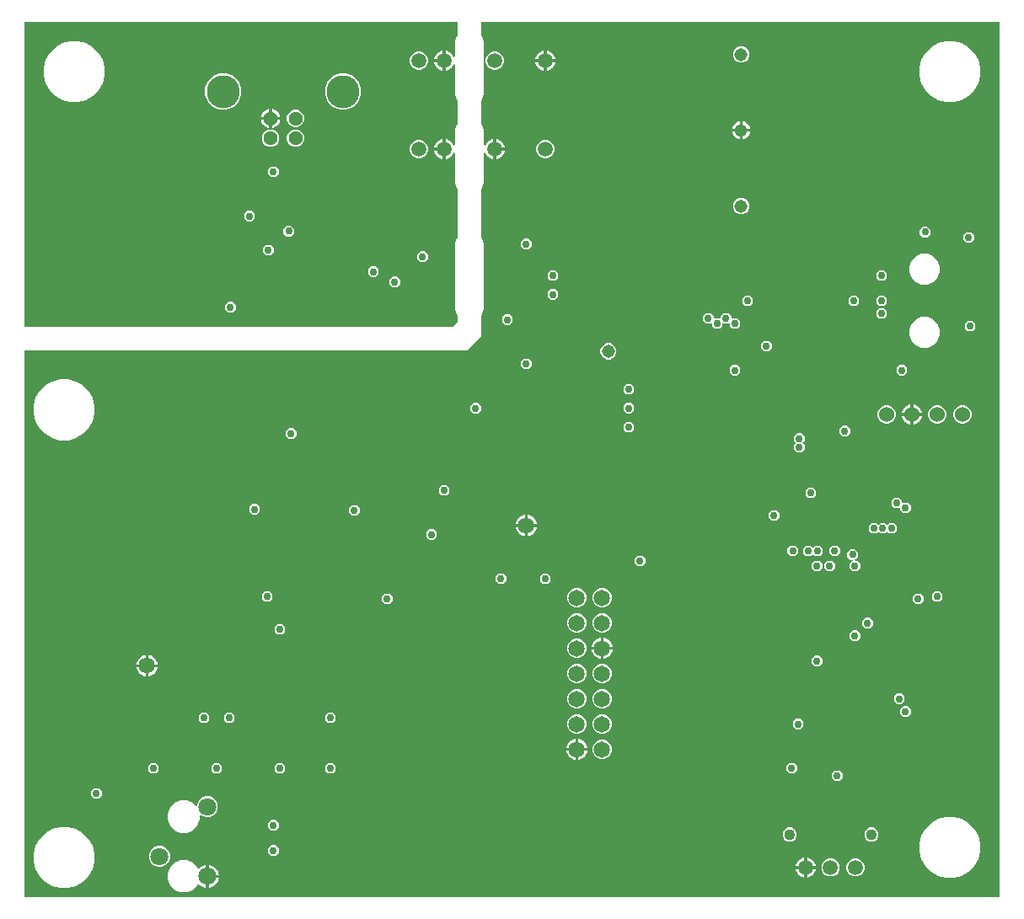
<source format=gbr>
G04 EAGLE Gerber RS-274X export*
G75*
%MOMM*%
%FSLAX34Y34*%
%LPD*%
%INCopper Layer 2*%
%IPPOS*%
%AMOC8*
5,1,8,0,0,1.08239X$1,22.5*%
G01*
%ADD10C,1.508000*%
%ADD11C,3.316000*%
%ADD12C,1.428000*%
%ADD13C,1.650000*%
%ADD14C,1.308000*%
%ADD15C,1.108000*%
%ADD16C,1.524000*%
%ADD17C,1.800000*%
%ADD18C,0.756400*%

G36*
X989098Y10164D02*
X989098Y10164D01*
X989117Y10162D01*
X989219Y10184D01*
X989321Y10200D01*
X989338Y10210D01*
X989358Y10214D01*
X989447Y10267D01*
X989538Y10316D01*
X989552Y10330D01*
X989569Y10340D01*
X989636Y10419D01*
X989708Y10494D01*
X989716Y10512D01*
X989729Y10527D01*
X989768Y10623D01*
X989811Y10717D01*
X989813Y10737D01*
X989821Y10755D01*
X989839Y10922D01*
X989839Y889078D01*
X989836Y889098D01*
X989838Y889117D01*
X989816Y889219D01*
X989800Y889321D01*
X989790Y889338D01*
X989786Y889358D01*
X989733Y889447D01*
X989684Y889538D01*
X989670Y889552D01*
X989660Y889569D01*
X989581Y889636D01*
X989506Y889708D01*
X989488Y889716D01*
X989473Y889729D01*
X989377Y889768D01*
X989283Y889811D01*
X989263Y889813D01*
X989245Y889821D01*
X989078Y889839D01*
X469900Y889839D01*
X469880Y889836D01*
X469861Y889838D01*
X469759Y889816D01*
X469657Y889800D01*
X469640Y889790D01*
X469620Y889786D01*
X469531Y889733D01*
X469440Y889684D01*
X469426Y889670D01*
X469409Y889660D01*
X469342Y889581D01*
X469271Y889506D01*
X469262Y889488D01*
X469249Y889473D01*
X469210Y889377D01*
X469167Y889283D01*
X469165Y889263D01*
X469157Y889245D01*
X469139Y889078D01*
X469139Y876292D01*
X469154Y876202D01*
X469161Y876111D01*
X469173Y876081D01*
X469179Y876049D01*
X469221Y875968D01*
X469257Y875884D01*
X469283Y875852D01*
X469294Y875832D01*
X469317Y875809D01*
X469362Y875754D01*
X469690Y875425D01*
X471933Y870011D01*
X471933Y817159D01*
X469690Y811745D01*
X469362Y811416D01*
X469309Y811343D01*
X469249Y811273D01*
X469237Y811243D01*
X469218Y811217D01*
X469191Y811130D01*
X469157Y811045D01*
X469153Y811004D01*
X469146Y810982D01*
X469147Y810949D01*
X469139Y810878D01*
X469139Y787392D01*
X469142Y787374D01*
X469140Y787358D01*
X469154Y787290D01*
X469161Y787211D01*
X469173Y787181D01*
X469179Y787149D01*
X469190Y787128D01*
X469192Y787117D01*
X469221Y787068D01*
X469257Y786984D01*
X469283Y786952D01*
X469294Y786932D01*
X469315Y786911D01*
X469318Y786906D01*
X469323Y786902D01*
X469362Y786854D01*
X469690Y786525D01*
X471933Y781111D01*
X471933Y766440D01*
X471944Y766373D01*
X471945Y766305D01*
X471963Y766252D01*
X471972Y766197D01*
X472004Y766137D01*
X472027Y766073D01*
X472061Y766029D01*
X472088Y765980D01*
X472137Y765933D01*
X472178Y765880D01*
X472225Y765849D01*
X472266Y765810D01*
X472327Y765782D01*
X472384Y765745D01*
X472438Y765730D01*
X472489Y765707D01*
X472556Y765699D01*
X472622Y765682D01*
X472678Y765686D01*
X472733Y765680D01*
X472800Y765694D01*
X472867Y765699D01*
X472919Y765720D01*
X472974Y765732D01*
X473032Y765767D01*
X473095Y765793D01*
X473137Y765829D01*
X473185Y765858D01*
X473229Y765910D01*
X473280Y765954D01*
X473323Y766020D01*
X473345Y766045D01*
X473353Y766064D01*
X473372Y766094D01*
X473978Y767283D01*
X474911Y768567D01*
X476033Y769689D01*
X477317Y770622D01*
X478730Y771342D01*
X480239Y771833D01*
X481077Y771965D01*
X481077Y762762D01*
X481080Y762742D01*
X481078Y762723D01*
X481100Y762621D01*
X481117Y762519D01*
X481126Y762502D01*
X481130Y762482D01*
X481183Y762393D01*
X481232Y762302D01*
X481246Y762288D01*
X481256Y762271D01*
X481335Y762204D01*
X481410Y762133D01*
X481428Y762124D01*
X481443Y762111D01*
X481539Y762073D01*
X481633Y762029D01*
X481653Y762027D01*
X481671Y762019D01*
X481838Y762001D01*
X482601Y762001D01*
X482601Y761999D01*
X481838Y761999D01*
X481818Y761996D01*
X481799Y761998D01*
X481697Y761976D01*
X481595Y761959D01*
X481578Y761950D01*
X481558Y761946D01*
X481469Y761893D01*
X481378Y761844D01*
X481364Y761830D01*
X481347Y761820D01*
X481280Y761741D01*
X481209Y761666D01*
X481200Y761648D01*
X481187Y761633D01*
X481148Y761537D01*
X481105Y761443D01*
X481103Y761423D01*
X481095Y761405D01*
X481077Y761238D01*
X481077Y752035D01*
X480239Y752167D01*
X478730Y752658D01*
X477317Y753378D01*
X476033Y754311D01*
X474911Y755433D01*
X473978Y756717D01*
X473372Y757906D01*
X473332Y757960D01*
X473300Y758020D01*
X473260Y758059D01*
X473227Y758104D01*
X473171Y758143D01*
X473122Y758190D01*
X473071Y758213D01*
X473025Y758245D01*
X472960Y758265D01*
X472899Y758293D01*
X472843Y758299D01*
X472790Y758315D01*
X472722Y758313D01*
X472655Y758320D01*
X472600Y758308D01*
X472544Y758306D01*
X472481Y758283D01*
X472414Y758268D01*
X472366Y758239D01*
X472314Y758220D01*
X472261Y758177D01*
X472203Y758142D01*
X472167Y758099D01*
X472123Y758064D01*
X472087Y758007D01*
X472043Y757955D01*
X472022Y757903D01*
X471992Y757856D01*
X471977Y757790D01*
X471951Y757727D01*
X471943Y757648D01*
X471935Y757616D01*
X471937Y757596D01*
X471933Y757560D01*
X471933Y728259D01*
X469690Y722845D01*
X469362Y722516D01*
X469309Y722443D01*
X469249Y722373D01*
X469237Y722343D01*
X469218Y722317D01*
X469191Y722230D01*
X469157Y722145D01*
X469153Y722104D01*
X469146Y722082D01*
X469147Y722049D01*
X469139Y721978D01*
X469139Y673092D01*
X469154Y673002D01*
X469161Y672911D01*
X469173Y672881D01*
X469179Y672849D01*
X469221Y672768D01*
X469257Y672684D01*
X469283Y672652D01*
X469294Y672632D01*
X469317Y672609D01*
X469362Y672554D01*
X469690Y672225D01*
X471933Y666811D01*
X471933Y601259D01*
X469690Y595845D01*
X469362Y595516D01*
X469309Y595443D01*
X469249Y595373D01*
X469237Y595343D01*
X469218Y595317D01*
X469191Y595230D01*
X469157Y595145D01*
X469153Y595104D01*
X469146Y595082D01*
X469147Y595049D01*
X469139Y594978D01*
X469139Y574355D01*
X454345Y559561D01*
X10922Y559561D01*
X10902Y559558D01*
X10883Y559560D01*
X10781Y559538D01*
X10679Y559522D01*
X10662Y559512D01*
X10642Y559508D01*
X10553Y559455D01*
X10462Y559406D01*
X10448Y559392D01*
X10431Y559382D01*
X10364Y559303D01*
X10292Y559228D01*
X10284Y559210D01*
X10271Y559195D01*
X10232Y559099D01*
X10189Y559005D01*
X10187Y558985D01*
X10179Y558967D01*
X10161Y558800D01*
X10161Y10922D01*
X10164Y10902D01*
X10162Y10883D01*
X10184Y10781D01*
X10200Y10679D01*
X10210Y10662D01*
X10214Y10642D01*
X10267Y10553D01*
X10316Y10462D01*
X10330Y10448D01*
X10340Y10431D01*
X10419Y10364D01*
X10494Y10292D01*
X10512Y10284D01*
X10527Y10271D01*
X10623Y10232D01*
X10717Y10189D01*
X10737Y10187D01*
X10755Y10179D01*
X10922Y10161D01*
X989078Y10161D01*
X989098Y10164D01*
G37*
G36*
X439510Y583454D02*
X439510Y583454D01*
X439601Y583461D01*
X439631Y583473D01*
X439663Y583479D01*
X439743Y583521D01*
X439827Y583557D01*
X439859Y583583D01*
X439880Y583594D01*
X439902Y583617D01*
X439958Y583662D01*
X445038Y588742D01*
X445091Y588816D01*
X445151Y588885D01*
X445163Y588915D01*
X445182Y588941D01*
X445209Y589028D01*
X445243Y589113D01*
X445247Y589154D01*
X445254Y589177D01*
X445253Y589209D01*
X445261Y589280D01*
X445261Y594978D01*
X445247Y595068D01*
X445239Y595159D01*
X445227Y595189D01*
X445222Y595221D01*
X445179Y595302D01*
X445143Y595386D01*
X445117Y595418D01*
X445106Y595438D01*
X445083Y595460D01*
X445038Y595517D01*
X444710Y595845D01*
X442467Y601259D01*
X442467Y666811D01*
X444710Y672225D01*
X445038Y672553D01*
X445092Y672628D01*
X445151Y672697D01*
X445163Y672727D01*
X445182Y672753D01*
X445209Y672840D01*
X445243Y672925D01*
X445247Y672966D01*
X445254Y672988D01*
X445253Y673021D01*
X445261Y673092D01*
X445261Y721978D01*
X445247Y722068D01*
X445239Y722159D01*
X445227Y722189D01*
X445222Y722221D01*
X445201Y722259D01*
X445200Y722266D01*
X445180Y722299D01*
X445179Y722302D01*
X445143Y722386D01*
X445117Y722418D01*
X445106Y722438D01*
X445084Y722459D01*
X445074Y722477D01*
X445061Y722488D01*
X445038Y722517D01*
X444710Y722845D01*
X442467Y728259D01*
X442467Y757560D01*
X442456Y757627D01*
X442455Y757695D01*
X442437Y757748D01*
X442428Y757803D01*
X442396Y757863D01*
X442373Y757927D01*
X442339Y757971D01*
X442312Y758020D01*
X442263Y758067D01*
X442222Y758120D01*
X442175Y758151D01*
X442134Y758190D01*
X442073Y758218D01*
X442016Y758255D01*
X441962Y758270D01*
X441911Y758293D01*
X441844Y758301D01*
X441778Y758318D01*
X441722Y758314D01*
X441667Y758320D01*
X441600Y758306D01*
X441533Y758301D01*
X441481Y758280D01*
X441426Y758268D01*
X441368Y758233D01*
X441305Y758207D01*
X441263Y758171D01*
X441215Y758142D01*
X441171Y758090D01*
X441120Y758046D01*
X441077Y757980D01*
X441055Y757955D01*
X441047Y757936D01*
X441028Y757906D01*
X440422Y756717D01*
X439489Y755433D01*
X438367Y754311D01*
X437083Y753378D01*
X435670Y752658D01*
X434161Y752167D01*
X433323Y752035D01*
X433323Y761238D01*
X433320Y761258D01*
X433322Y761277D01*
X433300Y761379D01*
X433283Y761481D01*
X433274Y761498D01*
X433270Y761518D01*
X433217Y761607D01*
X433168Y761698D01*
X433154Y761712D01*
X433144Y761729D01*
X433065Y761796D01*
X432990Y761867D01*
X432972Y761876D01*
X432957Y761889D01*
X432861Y761927D01*
X432767Y761971D01*
X432747Y761973D01*
X432729Y761981D01*
X432562Y761999D01*
X431799Y761999D01*
X431799Y762001D01*
X432562Y762001D01*
X432582Y762004D01*
X432601Y762002D01*
X432703Y762024D01*
X432805Y762041D01*
X432822Y762050D01*
X432842Y762054D01*
X432931Y762107D01*
X433022Y762156D01*
X433036Y762170D01*
X433053Y762180D01*
X433120Y762259D01*
X433191Y762334D01*
X433200Y762352D01*
X433213Y762367D01*
X433252Y762463D01*
X433295Y762557D01*
X433297Y762577D01*
X433305Y762595D01*
X433323Y762762D01*
X433323Y771965D01*
X434161Y771833D01*
X435670Y771342D01*
X437083Y770622D01*
X438367Y769689D01*
X439489Y768567D01*
X440422Y767283D01*
X441028Y766094D01*
X441068Y766040D01*
X441100Y765980D01*
X441140Y765941D01*
X441173Y765896D01*
X441229Y765857D01*
X441278Y765810D01*
X441329Y765787D01*
X441375Y765755D01*
X441440Y765735D01*
X441501Y765707D01*
X441557Y765701D01*
X441610Y765685D01*
X441678Y765687D01*
X441745Y765680D01*
X441800Y765692D01*
X441856Y765694D01*
X441919Y765717D01*
X441986Y765732D01*
X442034Y765761D01*
X442086Y765780D01*
X442139Y765823D01*
X442197Y765858D01*
X442233Y765901D01*
X442277Y765936D01*
X442313Y765993D01*
X442357Y766045D01*
X442378Y766097D01*
X442408Y766144D01*
X442423Y766210D01*
X442449Y766273D01*
X442457Y766352D01*
X442465Y766384D01*
X442463Y766404D01*
X442467Y766440D01*
X442467Y781111D01*
X444710Y786525D01*
X445038Y786853D01*
X445092Y786928D01*
X445151Y786997D01*
X445163Y787027D01*
X445182Y787053D01*
X445209Y787140D01*
X445243Y787225D01*
X445247Y787266D01*
X445254Y787288D01*
X445253Y787321D01*
X445261Y787392D01*
X445261Y810878D01*
X445247Y810968D01*
X445239Y811059D01*
X445227Y811089D01*
X445222Y811121D01*
X445179Y811202D01*
X445143Y811286D01*
X445117Y811318D01*
X445106Y811338D01*
X445083Y811360D01*
X445038Y811417D01*
X444710Y811745D01*
X442467Y817159D01*
X442467Y846460D01*
X442456Y846527D01*
X442455Y846595D01*
X442437Y846648D01*
X442428Y846703D01*
X442396Y846763D01*
X442373Y846827D01*
X442339Y846871D01*
X442312Y846920D01*
X442263Y846967D01*
X442222Y847020D01*
X442175Y847051D01*
X442134Y847090D01*
X442073Y847118D01*
X442016Y847155D01*
X441962Y847170D01*
X441911Y847193D01*
X441844Y847201D01*
X441778Y847218D01*
X441722Y847214D01*
X441667Y847220D01*
X441600Y847206D01*
X441533Y847201D01*
X441481Y847180D01*
X441426Y847168D01*
X441368Y847133D01*
X441305Y847107D01*
X441263Y847071D01*
X441215Y847042D01*
X441171Y846990D01*
X441120Y846946D01*
X441077Y846880D01*
X441055Y846855D01*
X441047Y846836D01*
X441028Y846806D01*
X440422Y845617D01*
X439489Y844333D01*
X438367Y843211D01*
X437083Y842278D01*
X435670Y841558D01*
X434161Y841067D01*
X433323Y840935D01*
X433323Y850138D01*
X433320Y850158D01*
X433322Y850177D01*
X433300Y850279D01*
X433283Y850381D01*
X433274Y850398D01*
X433270Y850418D01*
X433217Y850507D01*
X433168Y850598D01*
X433154Y850612D01*
X433144Y850629D01*
X433065Y850696D01*
X432990Y850767D01*
X432972Y850776D01*
X432957Y850789D01*
X432861Y850827D01*
X432767Y850871D01*
X432747Y850873D01*
X432729Y850881D01*
X432562Y850899D01*
X431799Y850899D01*
X431799Y850901D01*
X432562Y850901D01*
X432582Y850904D01*
X432601Y850902D01*
X432703Y850924D01*
X432805Y850941D01*
X432822Y850950D01*
X432842Y850954D01*
X432931Y851007D01*
X433022Y851056D01*
X433036Y851070D01*
X433053Y851080D01*
X433120Y851159D01*
X433191Y851234D01*
X433200Y851252D01*
X433213Y851267D01*
X433252Y851363D01*
X433295Y851457D01*
X433297Y851477D01*
X433305Y851495D01*
X433323Y851662D01*
X433323Y860865D01*
X434161Y860733D01*
X435670Y860242D01*
X437083Y859522D01*
X438367Y858589D01*
X439489Y857467D01*
X440422Y856183D01*
X441028Y854994D01*
X441068Y854940D01*
X441100Y854880D01*
X441140Y854841D01*
X441173Y854796D01*
X441229Y854757D01*
X441278Y854710D01*
X441329Y854687D01*
X441375Y854655D01*
X441440Y854635D01*
X441501Y854607D01*
X441557Y854601D01*
X441610Y854585D01*
X441678Y854587D01*
X441745Y854580D01*
X441800Y854592D01*
X441856Y854594D01*
X441919Y854617D01*
X441986Y854632D01*
X442034Y854661D01*
X442086Y854680D01*
X442139Y854723D01*
X442197Y854758D01*
X442233Y854801D01*
X442277Y854836D01*
X442313Y854893D01*
X442357Y854945D01*
X442378Y854997D01*
X442408Y855044D01*
X442423Y855110D01*
X442449Y855173D01*
X442457Y855252D01*
X442465Y855284D01*
X442463Y855304D01*
X442467Y855340D01*
X442467Y870011D01*
X444710Y875425D01*
X445038Y875753D01*
X445092Y875828D01*
X445151Y875897D01*
X445163Y875927D01*
X445182Y875953D01*
X445209Y876040D01*
X445243Y876125D01*
X445247Y876166D01*
X445254Y876188D01*
X445253Y876221D01*
X445261Y876292D01*
X445261Y889078D01*
X445258Y889098D01*
X445260Y889117D01*
X445238Y889219D01*
X445222Y889321D01*
X445212Y889338D01*
X445208Y889358D01*
X445155Y889447D01*
X445106Y889538D01*
X445092Y889552D01*
X445082Y889569D01*
X445003Y889636D01*
X444928Y889708D01*
X444910Y889716D01*
X444895Y889729D01*
X444799Y889768D01*
X444705Y889811D01*
X444685Y889813D01*
X444667Y889821D01*
X444500Y889839D01*
X10922Y889839D01*
X10902Y889836D01*
X10883Y889838D01*
X10781Y889816D01*
X10679Y889800D01*
X10662Y889790D01*
X10642Y889786D01*
X10553Y889733D01*
X10462Y889684D01*
X10448Y889670D01*
X10431Y889660D01*
X10364Y889581D01*
X10292Y889506D01*
X10284Y889488D01*
X10271Y889473D01*
X10232Y889377D01*
X10189Y889283D01*
X10187Y889263D01*
X10179Y889245D01*
X10161Y889078D01*
X10161Y584200D01*
X10164Y584180D01*
X10162Y584161D01*
X10184Y584059D01*
X10200Y583957D01*
X10210Y583940D01*
X10214Y583920D01*
X10267Y583831D01*
X10316Y583740D01*
X10330Y583726D01*
X10340Y583709D01*
X10419Y583642D01*
X10494Y583571D01*
X10512Y583562D01*
X10527Y583549D01*
X10623Y583510D01*
X10717Y583467D01*
X10737Y583465D01*
X10755Y583457D01*
X10922Y583439D01*
X439420Y583439D01*
X439510Y583454D01*
G37*
%LPC*%
G36*
X55963Y809339D02*
X55963Y809339D01*
X48165Y811429D01*
X41174Y815465D01*
X35465Y821174D01*
X31429Y828165D01*
X29339Y835963D01*
X29339Y844037D01*
X31429Y851835D01*
X35465Y858826D01*
X41174Y864535D01*
X48165Y868571D01*
X55963Y870661D01*
X64037Y870661D01*
X71835Y868571D01*
X78826Y864535D01*
X84535Y858826D01*
X88571Y851835D01*
X90661Y844037D01*
X90661Y835963D01*
X88571Y828165D01*
X84535Y821174D01*
X78826Y815465D01*
X71835Y811429D01*
X64037Y809339D01*
X55963Y809339D01*
G37*
%LPD*%
%LPC*%
G36*
X935963Y809339D02*
X935963Y809339D01*
X928165Y811429D01*
X921174Y815465D01*
X915465Y821174D01*
X911429Y828165D01*
X909339Y835963D01*
X909339Y844037D01*
X911429Y851835D01*
X915465Y858826D01*
X921174Y864535D01*
X928165Y868571D01*
X935963Y870661D01*
X944037Y870661D01*
X951835Y868571D01*
X958826Y864535D01*
X964535Y858826D01*
X968571Y851835D01*
X970661Y844037D01*
X970661Y835963D01*
X968571Y828165D01*
X964535Y821174D01*
X958826Y815465D01*
X951835Y811429D01*
X944037Y809339D01*
X935963Y809339D01*
G37*
%LPD*%
%LPC*%
G36*
X45963Y469339D02*
X45963Y469339D01*
X38165Y471429D01*
X31174Y475465D01*
X25465Y481174D01*
X21429Y488165D01*
X19339Y495963D01*
X19339Y504037D01*
X21429Y511835D01*
X25465Y518826D01*
X31174Y524535D01*
X38165Y528571D01*
X45963Y530661D01*
X54037Y530661D01*
X61835Y528571D01*
X68826Y524535D01*
X74535Y518826D01*
X78571Y511835D01*
X80661Y504037D01*
X80661Y495963D01*
X78571Y488165D01*
X74535Y481174D01*
X68826Y475465D01*
X61835Y471429D01*
X54037Y469339D01*
X45963Y469339D01*
G37*
%LPD*%
%LPC*%
G36*
X935963Y29339D02*
X935963Y29339D01*
X928165Y31429D01*
X921174Y35465D01*
X915465Y41174D01*
X911429Y48165D01*
X909339Y55963D01*
X909339Y64037D01*
X911429Y71835D01*
X915465Y78826D01*
X921174Y84535D01*
X928165Y88571D01*
X935963Y90661D01*
X944037Y90661D01*
X951835Y88571D01*
X958826Y84535D01*
X964535Y78826D01*
X968571Y71835D01*
X970661Y64037D01*
X970661Y55963D01*
X968571Y48165D01*
X964535Y41174D01*
X958826Y35465D01*
X951835Y31429D01*
X944037Y29339D01*
X935963Y29339D01*
G37*
%LPD*%
%LPC*%
G36*
X45963Y19339D02*
X45963Y19339D01*
X38165Y21429D01*
X31174Y25465D01*
X25465Y31174D01*
X21429Y38165D01*
X19339Y45963D01*
X19339Y54037D01*
X21429Y61835D01*
X25465Y68826D01*
X31174Y74535D01*
X38165Y78571D01*
X45963Y80661D01*
X54037Y80661D01*
X61835Y78571D01*
X68826Y74535D01*
X74535Y68826D01*
X78571Y61835D01*
X80661Y54037D01*
X80661Y45963D01*
X78571Y38165D01*
X74535Y31174D01*
X68826Y25465D01*
X61835Y21429D01*
X54037Y19339D01*
X45963Y19339D01*
G37*
%LPD*%
%LPC*%
G36*
X166785Y74839D02*
X166785Y74839D01*
X160846Y77300D01*
X156300Y81846D01*
X153839Y87785D01*
X153839Y94215D01*
X156300Y100154D01*
X160846Y104700D01*
X166785Y107161D01*
X173215Y107161D01*
X179154Y104700D01*
X182176Y101679D01*
X182234Y101637D01*
X182286Y101588D01*
X182333Y101566D01*
X182375Y101535D01*
X182444Y101514D01*
X182509Y101484D01*
X182561Y101478D01*
X182611Y101463D01*
X182682Y101465D01*
X182753Y101457D01*
X182804Y101468D01*
X182856Y101469D01*
X182924Y101494D01*
X182994Y101509D01*
X183039Y101536D01*
X183087Y101554D01*
X183143Y101599D01*
X183205Y101635D01*
X183239Y101675D01*
X183279Y101708D01*
X183318Y101768D01*
X183365Y101822D01*
X183384Y101871D01*
X183412Y101915D01*
X183430Y101984D01*
X183457Y102051D01*
X183465Y102122D01*
X183473Y102153D01*
X183471Y102176D01*
X183475Y102217D01*
X183475Y103093D01*
X185078Y106962D01*
X188038Y109922D01*
X191907Y111525D01*
X196093Y111525D01*
X199962Y109922D01*
X202922Y106962D01*
X204525Y103093D01*
X204525Y98907D01*
X202922Y95038D01*
X199962Y92078D01*
X196093Y90475D01*
X191907Y90475D01*
X188038Y92078D01*
X187460Y92656D01*
X187402Y92697D01*
X187350Y92747D01*
X187303Y92769D01*
X187261Y92799D01*
X187192Y92820D01*
X187127Y92850D01*
X187075Y92856D01*
X187025Y92871D01*
X186954Y92870D01*
X186883Y92877D01*
X186832Y92866D01*
X186780Y92865D01*
X186712Y92840D01*
X186642Y92825D01*
X186597Y92798D01*
X186549Y92781D01*
X186493Y92736D01*
X186431Y92699D01*
X186397Y92659D01*
X186357Y92627D01*
X186318Y92567D01*
X186271Y92512D01*
X186252Y92464D01*
X186224Y92420D01*
X186206Y92350D01*
X186179Y92284D01*
X186171Y92213D01*
X186163Y92181D01*
X186165Y92158D01*
X186161Y92117D01*
X186161Y87785D01*
X183700Y81846D01*
X179154Y77300D01*
X173215Y74839D01*
X166785Y74839D01*
G37*
%LPD*%
%LPC*%
G36*
X326599Y801895D02*
X326599Y801895D01*
X319944Y804652D01*
X314852Y809744D01*
X312095Y816399D01*
X312095Y823601D01*
X314852Y830256D01*
X319944Y835348D01*
X326599Y838105D01*
X333801Y838105D01*
X340456Y835348D01*
X345548Y830256D01*
X348305Y823601D01*
X348305Y816399D01*
X345548Y809744D01*
X340456Y804652D01*
X333801Y801895D01*
X326599Y801895D01*
G37*
%LPD*%
%LPC*%
G36*
X206199Y801895D02*
X206199Y801895D01*
X199544Y804652D01*
X194452Y809744D01*
X191695Y816399D01*
X191695Y823601D01*
X194452Y830256D01*
X199544Y835348D01*
X206199Y838105D01*
X213401Y838105D01*
X220056Y835348D01*
X225148Y830256D01*
X227905Y823601D01*
X227905Y816399D01*
X225148Y809744D01*
X220056Y804652D01*
X213401Y801895D01*
X206199Y801895D01*
G37*
%LPD*%
%LPC*%
G36*
X166785Y14839D02*
X166785Y14839D01*
X160846Y17300D01*
X156300Y21846D01*
X153839Y27785D01*
X153839Y34215D01*
X156300Y40154D01*
X160846Y44700D01*
X166785Y47161D01*
X173215Y47161D01*
X179154Y44700D01*
X183700Y40154D01*
X184182Y38992D01*
X184206Y38953D01*
X184222Y38909D01*
X184271Y38849D01*
X184312Y38783D01*
X184347Y38753D01*
X184376Y38717D01*
X184441Y38675D01*
X184501Y38626D01*
X184544Y38609D01*
X184583Y38584D01*
X184658Y38565D01*
X184731Y38538D01*
X184777Y38536D01*
X184821Y38524D01*
X184899Y38530D01*
X184976Y38527D01*
X185021Y38540D01*
X185066Y38544D01*
X185138Y38574D01*
X185213Y38596D01*
X185250Y38622D01*
X185293Y38640D01*
X185399Y38725D01*
X185415Y38736D01*
X185418Y38740D01*
X185424Y38745D01*
X186482Y39803D01*
X187951Y40871D01*
X189570Y41695D01*
X191298Y42257D01*
X192477Y42443D01*
X192477Y31762D01*
X192480Y31742D01*
X192478Y31723D01*
X192500Y31621D01*
X192517Y31519D01*
X192526Y31502D01*
X192530Y31482D01*
X192583Y31393D01*
X192632Y31302D01*
X192646Y31288D01*
X192656Y31271D01*
X192735Y31204D01*
X192810Y31133D01*
X192828Y31124D01*
X192843Y31111D01*
X192939Y31073D01*
X193033Y31029D01*
X193053Y31027D01*
X193071Y31019D01*
X193238Y31001D01*
X194001Y31001D01*
X194001Y30999D01*
X193238Y30999D01*
X193218Y30996D01*
X193199Y30998D01*
X193097Y30976D01*
X192995Y30959D01*
X192978Y30950D01*
X192958Y30946D01*
X192869Y30893D01*
X192778Y30844D01*
X192764Y30830D01*
X192747Y30820D01*
X192680Y30741D01*
X192609Y30666D01*
X192600Y30648D01*
X192587Y30633D01*
X192548Y30537D01*
X192505Y30443D01*
X192503Y30423D01*
X192495Y30405D01*
X192477Y30238D01*
X192477Y19557D01*
X191298Y19743D01*
X189570Y20305D01*
X187951Y21129D01*
X186482Y22197D01*
X185424Y23255D01*
X185386Y23282D01*
X185355Y23316D01*
X185287Y23354D01*
X185224Y23399D01*
X185180Y23412D01*
X185140Y23435D01*
X185063Y23448D01*
X184989Y23471D01*
X184943Y23470D01*
X184898Y23478D01*
X184821Y23467D01*
X184743Y23465D01*
X184700Y23449D01*
X184654Y23442D01*
X184585Y23407D01*
X184512Y23380D01*
X184476Y23352D01*
X184435Y23331D01*
X184381Y23275D01*
X184320Y23227D01*
X184295Y23188D01*
X184263Y23155D01*
X184197Y23036D01*
X184187Y23020D01*
X184186Y23015D01*
X184182Y23008D01*
X183700Y21846D01*
X179154Y17300D01*
X173215Y14839D01*
X166785Y14839D01*
G37*
%LPD*%
%LPC*%
G36*
X911364Y562589D02*
X911364Y562589D01*
X905755Y564913D01*
X901463Y569205D01*
X899139Y574814D01*
X899139Y580886D01*
X901463Y586495D01*
X905755Y590787D01*
X911364Y593111D01*
X917436Y593111D01*
X923045Y590787D01*
X927337Y586495D01*
X929661Y580886D01*
X929661Y574814D01*
X927337Y569205D01*
X923045Y564913D01*
X917436Y562589D01*
X911364Y562589D01*
G37*
%LPD*%
%LPC*%
G36*
X911364Y626089D02*
X911364Y626089D01*
X905755Y628413D01*
X901463Y632705D01*
X899139Y638314D01*
X899139Y644386D01*
X901463Y649995D01*
X905755Y654287D01*
X911364Y656611D01*
X917436Y656611D01*
X923045Y654287D01*
X927337Y649995D01*
X929661Y644386D01*
X929661Y638314D01*
X927337Y632705D01*
X923045Y628413D01*
X917436Y626089D01*
X911364Y626089D01*
G37*
%LPD*%
%LPC*%
G36*
X703922Y581433D02*
X703922Y581433D01*
X700813Y584542D01*
X700813Y586061D01*
X700802Y586131D01*
X700800Y586203D01*
X700782Y586252D01*
X700774Y586303D01*
X700740Y586367D01*
X700715Y586434D01*
X700683Y586475D01*
X700658Y586521D01*
X700607Y586570D01*
X700562Y586626D01*
X700518Y586654D01*
X700480Y586690D01*
X700415Y586720D01*
X700355Y586759D01*
X700304Y586772D01*
X700257Y586794D01*
X700186Y586802D01*
X700116Y586819D01*
X700064Y586815D01*
X700013Y586821D01*
X699942Y586806D01*
X699871Y586800D01*
X699823Y586780D01*
X699772Y586769D01*
X699711Y586732D01*
X699645Y586704D01*
X699589Y586659D01*
X699561Y586642D01*
X699546Y586625D01*
X699514Y586599D01*
X699428Y586513D01*
X695032Y586513D01*
X691923Y589622D01*
X691923Y594018D01*
X695032Y597127D01*
X699428Y597127D01*
X702537Y594018D01*
X702537Y592499D01*
X702539Y592487D01*
X702538Y592478D01*
X702548Y592430D01*
X702548Y592429D01*
X702550Y592357D01*
X702568Y592308D01*
X702576Y592257D01*
X702610Y592193D01*
X702635Y592126D01*
X702667Y592085D01*
X702692Y592039D01*
X702743Y591990D01*
X702788Y591934D01*
X702832Y591906D01*
X702870Y591870D01*
X702935Y591840D01*
X702995Y591801D01*
X703046Y591788D01*
X703093Y591766D01*
X703164Y591758D01*
X703234Y591741D01*
X703286Y591745D01*
X703337Y591739D01*
X703408Y591754D01*
X703479Y591760D01*
X703527Y591780D01*
X703578Y591791D01*
X703639Y591828D01*
X703705Y591856D01*
X703761Y591901D01*
X703789Y591918D01*
X703804Y591935D01*
X703836Y591961D01*
X703922Y592047D01*
X708318Y592047D01*
X708404Y591961D01*
X708462Y591919D01*
X708514Y591870D01*
X708561Y591848D01*
X708603Y591818D01*
X708672Y591796D01*
X708737Y591766D01*
X708789Y591761D01*
X708839Y591745D01*
X708910Y591747D01*
X708981Y591739D01*
X709032Y591750D01*
X709084Y591752D01*
X709152Y591776D01*
X709222Y591791D01*
X709267Y591818D01*
X709315Y591836D01*
X709371Y591881D01*
X709433Y591918D01*
X709467Y591957D01*
X709507Y591990D01*
X709546Y592050D01*
X709593Y592105D01*
X709612Y592153D01*
X709640Y592197D01*
X709658Y592266D01*
X709685Y592333D01*
X709693Y592404D01*
X709701Y592435D01*
X709699Y592458D01*
X709703Y592499D01*
X709703Y594018D01*
X712812Y597127D01*
X717208Y597127D01*
X720317Y594018D01*
X720317Y592499D01*
X720319Y592487D01*
X720318Y592478D01*
X720328Y592430D01*
X720328Y592429D01*
X720330Y592357D01*
X720348Y592308D01*
X720356Y592257D01*
X720390Y592193D01*
X720415Y592126D01*
X720447Y592085D01*
X720472Y592039D01*
X720523Y591990D01*
X720568Y591934D01*
X720612Y591906D01*
X720650Y591870D01*
X720715Y591840D01*
X720775Y591801D01*
X720826Y591788D01*
X720873Y591766D01*
X720944Y591758D01*
X721014Y591741D01*
X721066Y591745D01*
X721117Y591739D01*
X721188Y591754D01*
X721259Y591760D01*
X721307Y591780D01*
X721358Y591791D01*
X721419Y591828D01*
X721485Y591856D01*
X721541Y591901D01*
X721569Y591918D01*
X721584Y591935D01*
X721616Y591961D01*
X721702Y592047D01*
X726098Y592047D01*
X729207Y588938D01*
X729207Y584542D01*
X726098Y581433D01*
X721702Y581433D01*
X718593Y584542D01*
X718593Y586061D01*
X718582Y586131D01*
X718580Y586203D01*
X718562Y586252D01*
X718554Y586303D01*
X718520Y586367D01*
X718495Y586434D01*
X718463Y586475D01*
X718438Y586521D01*
X718387Y586570D01*
X718342Y586626D01*
X718298Y586654D01*
X718260Y586690D01*
X718195Y586720D01*
X718135Y586759D01*
X718084Y586772D01*
X718037Y586794D01*
X717966Y586802D01*
X717896Y586819D01*
X717844Y586815D01*
X717793Y586821D01*
X717722Y586806D01*
X717651Y586800D01*
X717603Y586780D01*
X717552Y586769D01*
X717491Y586732D01*
X717425Y586704D01*
X717369Y586659D01*
X717341Y586642D01*
X717326Y586625D01*
X717294Y586599D01*
X717208Y586513D01*
X712812Y586513D01*
X712726Y586599D01*
X712668Y586641D01*
X712616Y586690D01*
X712569Y586712D01*
X712527Y586742D01*
X712458Y586764D01*
X712393Y586794D01*
X712341Y586799D01*
X712291Y586815D01*
X712220Y586813D01*
X712149Y586821D01*
X712098Y586810D01*
X712046Y586808D01*
X711978Y586784D01*
X711908Y586769D01*
X711863Y586742D01*
X711815Y586724D01*
X711759Y586679D01*
X711697Y586642D01*
X711663Y586603D01*
X711623Y586570D01*
X711584Y586510D01*
X711537Y586455D01*
X711518Y586407D01*
X711490Y586363D01*
X711472Y586294D01*
X711445Y586227D01*
X711437Y586156D01*
X711429Y586125D01*
X711431Y586102D01*
X711427Y586061D01*
X711427Y584542D01*
X708318Y581433D01*
X703922Y581433D01*
G37*
%LPD*%
%LPC*%
G36*
X143907Y40475D02*
X143907Y40475D01*
X140038Y42078D01*
X137078Y45038D01*
X135475Y48907D01*
X135475Y53093D01*
X137078Y56962D01*
X140038Y59922D01*
X143907Y61525D01*
X148093Y61525D01*
X151962Y59922D01*
X154922Y56962D01*
X156525Y53093D01*
X156525Y48907D01*
X154922Y45038D01*
X151962Y42078D01*
X148093Y40475D01*
X143907Y40475D01*
G37*
%LPD*%
%LPC*%
G36*
X588606Y199775D02*
X588606Y199775D01*
X585013Y201263D01*
X582263Y204013D01*
X580775Y207606D01*
X580775Y211494D01*
X582263Y215087D01*
X585013Y217837D01*
X588606Y219325D01*
X592494Y219325D01*
X596087Y217837D01*
X598837Y215087D01*
X600325Y211494D01*
X600325Y207606D01*
X598837Y204013D01*
X596087Y201263D01*
X592494Y199775D01*
X588606Y199775D01*
G37*
%LPD*%
%LPC*%
G36*
X563206Y199775D02*
X563206Y199775D01*
X559613Y201263D01*
X556863Y204013D01*
X555375Y207606D01*
X555375Y211494D01*
X556863Y215087D01*
X559613Y217837D01*
X563206Y219325D01*
X567094Y219325D01*
X570687Y217837D01*
X573437Y215087D01*
X574925Y211494D01*
X574925Y207606D01*
X573437Y204013D01*
X570687Y201263D01*
X567094Y199775D01*
X563206Y199775D01*
G37*
%LPD*%
%LPC*%
G36*
X588606Y174375D02*
X588606Y174375D01*
X585013Y175863D01*
X582263Y178613D01*
X580775Y182206D01*
X580775Y186094D01*
X582263Y189687D01*
X585013Y192437D01*
X588606Y193925D01*
X592494Y193925D01*
X596087Y192437D01*
X598837Y189687D01*
X600325Y186094D01*
X600325Y182206D01*
X598837Y178613D01*
X596087Y175863D01*
X592494Y174375D01*
X588606Y174375D01*
G37*
%LPD*%
%LPC*%
G36*
X563206Y225175D02*
X563206Y225175D01*
X559613Y226663D01*
X556863Y229413D01*
X555375Y233006D01*
X555375Y236894D01*
X556863Y240487D01*
X559613Y243237D01*
X563206Y244725D01*
X567094Y244725D01*
X570687Y243237D01*
X573437Y240487D01*
X574925Y236894D01*
X574925Y233006D01*
X573437Y229413D01*
X570687Y226663D01*
X567094Y225175D01*
X563206Y225175D01*
G37*
%LPD*%
%LPC*%
G36*
X588606Y148975D02*
X588606Y148975D01*
X585013Y150463D01*
X582263Y153213D01*
X580775Y156806D01*
X580775Y160694D01*
X582263Y164287D01*
X585013Y167037D01*
X588606Y168525D01*
X592494Y168525D01*
X596087Y167037D01*
X598837Y164287D01*
X600325Y160694D01*
X600325Y156806D01*
X598837Y153213D01*
X596087Y150463D01*
X592494Y148975D01*
X588606Y148975D01*
G37*
%LPD*%
%LPC*%
G36*
X563206Y174375D02*
X563206Y174375D01*
X559613Y175863D01*
X556863Y178613D01*
X555375Y182206D01*
X555375Y186094D01*
X556863Y189687D01*
X559613Y192437D01*
X563206Y193925D01*
X567094Y193925D01*
X570687Y192437D01*
X573437Y189687D01*
X574925Y186094D01*
X574925Y182206D01*
X573437Y178613D01*
X570687Y175863D01*
X567094Y174375D01*
X563206Y174375D01*
G37*
%LPD*%
%LPC*%
G36*
X563206Y250575D02*
X563206Y250575D01*
X559613Y252063D01*
X556863Y254813D01*
X555375Y258406D01*
X555375Y262294D01*
X556863Y265887D01*
X559613Y268637D01*
X563206Y270125D01*
X567094Y270125D01*
X570687Y268637D01*
X573437Y265887D01*
X574925Y262294D01*
X574925Y258406D01*
X573437Y254813D01*
X570687Y252063D01*
X567094Y250575D01*
X563206Y250575D01*
G37*
%LPD*%
%LPC*%
G36*
X563206Y275975D02*
X563206Y275975D01*
X559613Y277463D01*
X556863Y280213D01*
X555375Y283806D01*
X555375Y287694D01*
X556863Y291287D01*
X559613Y294037D01*
X563206Y295525D01*
X567094Y295525D01*
X570687Y294037D01*
X573437Y291287D01*
X574925Y287694D01*
X574925Y283806D01*
X573437Y280213D01*
X570687Y277463D01*
X567094Y275975D01*
X563206Y275975D01*
G37*
%LPD*%
%LPC*%
G36*
X588606Y275975D02*
X588606Y275975D01*
X585013Y277463D01*
X582263Y280213D01*
X580775Y283806D01*
X580775Y287694D01*
X582263Y291287D01*
X585013Y294037D01*
X588606Y295525D01*
X592494Y295525D01*
X596087Y294037D01*
X598837Y291287D01*
X600325Y287694D01*
X600325Y283806D01*
X598837Y280213D01*
X596087Y277463D01*
X592494Y275975D01*
X588606Y275975D01*
G37*
%LPD*%
%LPC*%
G36*
X563206Y301375D02*
X563206Y301375D01*
X559613Y302863D01*
X556863Y305613D01*
X555375Y309206D01*
X555375Y313094D01*
X556863Y316687D01*
X559613Y319437D01*
X563206Y320925D01*
X567094Y320925D01*
X570687Y319437D01*
X573437Y316687D01*
X574925Y313094D01*
X574925Y309206D01*
X573437Y305613D01*
X570687Y302863D01*
X567094Y301375D01*
X563206Y301375D01*
G37*
%LPD*%
%LPC*%
G36*
X588606Y301375D02*
X588606Y301375D01*
X585013Y302863D01*
X582263Y305613D01*
X580775Y309206D01*
X580775Y313094D01*
X582263Y316687D01*
X585013Y319437D01*
X588606Y320925D01*
X592494Y320925D01*
X596087Y319437D01*
X598837Y316687D01*
X600325Y313094D01*
X600325Y309206D01*
X598837Y305613D01*
X596087Y302863D01*
X592494Y301375D01*
X588606Y301375D01*
G37*
%LPD*%
%LPC*%
G36*
X588606Y225175D02*
X588606Y225175D01*
X585013Y226663D01*
X582263Y229413D01*
X580775Y233006D01*
X580775Y236894D01*
X582263Y240487D01*
X585013Y243237D01*
X588606Y244725D01*
X592494Y244725D01*
X596087Y243237D01*
X598837Y240487D01*
X600325Y236894D01*
X600325Y233006D01*
X598837Y229413D01*
X596087Y226663D01*
X592494Y225175D01*
X588606Y225175D01*
G37*
%LPD*%
%LPC*%
G36*
X950681Y486155D02*
X950681Y486155D01*
X947320Y487547D01*
X944747Y490120D01*
X943355Y493481D01*
X943355Y497119D01*
X944747Y500480D01*
X947320Y503053D01*
X950681Y504445D01*
X954319Y504445D01*
X957680Y503053D01*
X960253Y500480D01*
X961645Y497119D01*
X961645Y493481D01*
X960253Y490120D01*
X957680Y487547D01*
X954319Y486155D01*
X950681Y486155D01*
G37*
%LPD*%
%LPC*%
G36*
X925281Y486155D02*
X925281Y486155D01*
X921920Y487547D01*
X919347Y490120D01*
X917955Y493481D01*
X917955Y497119D01*
X919347Y500480D01*
X921920Y503053D01*
X925281Y504445D01*
X928919Y504445D01*
X932280Y503053D01*
X934853Y500480D01*
X936245Y497119D01*
X936245Y493481D01*
X934853Y490120D01*
X932280Y487547D01*
X928919Y486155D01*
X925281Y486155D01*
G37*
%LPD*%
%LPC*%
G36*
X874481Y486155D02*
X874481Y486155D01*
X871120Y487547D01*
X868547Y490120D01*
X867155Y493481D01*
X867155Y497119D01*
X868547Y500480D01*
X871120Y503053D01*
X874481Y504445D01*
X878119Y504445D01*
X881480Y503053D01*
X884053Y500480D01*
X885445Y497119D01*
X885445Y493481D01*
X884053Y490120D01*
X881480Y487547D01*
X878119Y486155D01*
X874481Y486155D01*
G37*
%LPD*%
%LPC*%
G36*
X861402Y375693D02*
X861402Y375693D01*
X858293Y378802D01*
X858293Y383198D01*
X861402Y386307D01*
X865798Y386307D01*
X867507Y384598D01*
X867523Y384587D01*
X867535Y384571D01*
X867623Y384515D01*
X867706Y384455D01*
X867725Y384449D01*
X867742Y384438D01*
X867843Y384413D01*
X867942Y384382D01*
X867961Y384383D01*
X867981Y384378D01*
X868084Y384386D01*
X868187Y384389D01*
X868206Y384395D01*
X868226Y384397D01*
X868321Y384437D01*
X868418Y384473D01*
X868434Y384486D01*
X868452Y384493D01*
X868583Y384598D01*
X870292Y386307D01*
X874688Y386307D01*
X876397Y384598D01*
X876413Y384587D01*
X876425Y384571D01*
X876513Y384515D01*
X876596Y384455D01*
X876615Y384449D01*
X876632Y384438D01*
X876733Y384413D01*
X876832Y384382D01*
X876851Y384383D01*
X876871Y384378D01*
X876974Y384386D01*
X877077Y384389D01*
X877096Y384395D01*
X877116Y384397D01*
X877211Y384437D01*
X877308Y384473D01*
X877324Y384486D01*
X877342Y384493D01*
X877473Y384598D01*
X879182Y386307D01*
X883578Y386307D01*
X886687Y383198D01*
X886687Y378802D01*
X883578Y375693D01*
X879182Y375693D01*
X877473Y377402D01*
X877457Y377413D01*
X877445Y377429D01*
X877357Y377485D01*
X877274Y377545D01*
X877255Y377551D01*
X877238Y377562D01*
X877137Y377587D01*
X877038Y377618D01*
X877019Y377617D01*
X876999Y377622D01*
X876896Y377614D01*
X876793Y377611D01*
X876774Y377605D01*
X876754Y377603D01*
X876659Y377563D01*
X876562Y377527D01*
X876546Y377514D01*
X876528Y377507D01*
X876397Y377402D01*
X874688Y375693D01*
X870292Y375693D01*
X868583Y377402D01*
X868567Y377413D01*
X868555Y377429D01*
X868467Y377485D01*
X868384Y377545D01*
X868365Y377551D01*
X868348Y377562D01*
X868247Y377587D01*
X868148Y377618D01*
X868129Y377617D01*
X868109Y377622D01*
X868006Y377614D01*
X867903Y377611D01*
X867884Y377605D01*
X867864Y377603D01*
X867769Y377563D01*
X867672Y377527D01*
X867656Y377514D01*
X867638Y377507D01*
X867507Y377402D01*
X865798Y375693D01*
X861402Y375693D01*
G37*
%LPD*%
%LPC*%
G36*
X843197Y30935D02*
X843197Y30935D01*
X839865Y32315D01*
X837315Y34865D01*
X835935Y38197D01*
X835935Y41803D01*
X837315Y45135D01*
X839865Y47685D01*
X843197Y49065D01*
X846803Y49065D01*
X850135Y47685D01*
X852685Y45135D01*
X854065Y41803D01*
X854065Y38197D01*
X852685Y34865D01*
X850135Y32315D01*
X846803Y30935D01*
X843197Y30935D01*
G37*
%LPD*%
%LPC*%
G36*
X818197Y30935D02*
X818197Y30935D01*
X814865Y32315D01*
X812315Y34865D01*
X810935Y38197D01*
X810935Y41803D01*
X812315Y45135D01*
X814865Y47685D01*
X818197Y49065D01*
X821803Y49065D01*
X825135Y47685D01*
X827685Y45135D01*
X829065Y41803D01*
X829065Y38197D01*
X827685Y34865D01*
X825135Y32315D01*
X821803Y30935D01*
X818197Y30935D01*
G37*
%LPD*%
%LPC*%
G36*
X404597Y752935D02*
X404597Y752935D01*
X401265Y754315D01*
X398715Y756865D01*
X397335Y760197D01*
X397335Y763803D01*
X398715Y767135D01*
X401265Y769685D01*
X404597Y771065D01*
X408203Y771065D01*
X411535Y769685D01*
X414085Y767135D01*
X415465Y763803D01*
X415465Y760197D01*
X414085Y756865D01*
X411535Y754315D01*
X408203Y752935D01*
X404597Y752935D01*
G37*
%LPD*%
%LPC*%
G36*
X404597Y841835D02*
X404597Y841835D01*
X401265Y843215D01*
X398715Y845765D01*
X397335Y849097D01*
X397335Y852703D01*
X398715Y856035D01*
X401265Y858585D01*
X404597Y859965D01*
X408203Y859965D01*
X411535Y858585D01*
X414085Y856035D01*
X415465Y852703D01*
X415465Y849097D01*
X414085Y845765D01*
X411535Y843215D01*
X408203Y841835D01*
X404597Y841835D01*
G37*
%LPD*%
%LPC*%
G36*
X531597Y752935D02*
X531597Y752935D01*
X528265Y754315D01*
X525715Y756865D01*
X524335Y760197D01*
X524335Y763803D01*
X525715Y767135D01*
X528265Y769685D01*
X531597Y771065D01*
X535203Y771065D01*
X538535Y769685D01*
X541085Y767135D01*
X542465Y763803D01*
X542465Y760197D01*
X541085Y756865D01*
X538535Y754315D01*
X535203Y752935D01*
X531597Y752935D01*
G37*
%LPD*%
%LPC*%
G36*
X480797Y841835D02*
X480797Y841835D01*
X477465Y843215D01*
X474915Y845765D01*
X473535Y849097D01*
X473535Y852703D01*
X474915Y856035D01*
X477465Y858585D01*
X480797Y859965D01*
X484403Y859965D01*
X487735Y858585D01*
X490285Y856035D01*
X491665Y852703D01*
X491665Y849097D01*
X490285Y845765D01*
X487735Y843215D01*
X484403Y841835D01*
X480797Y841835D01*
G37*
%LPD*%
%LPC*%
G36*
X255776Y764235D02*
X255776Y764235D01*
X252592Y765554D01*
X250154Y767992D01*
X248835Y771176D01*
X248835Y774624D01*
X250154Y777808D01*
X252592Y780246D01*
X255776Y781565D01*
X259224Y781565D01*
X262408Y780246D01*
X264846Y777808D01*
X266165Y774624D01*
X266165Y771176D01*
X264846Y767992D01*
X262408Y765554D01*
X259224Y764235D01*
X255776Y764235D01*
G37*
%LPD*%
%LPC*%
G36*
X280776Y764235D02*
X280776Y764235D01*
X277592Y765554D01*
X275154Y767992D01*
X273835Y771176D01*
X273835Y774624D01*
X275154Y777808D01*
X277592Y780246D01*
X280776Y781565D01*
X284224Y781565D01*
X287408Y780246D01*
X289846Y777808D01*
X291165Y774624D01*
X291165Y771176D01*
X289846Y767992D01*
X287408Y765554D01*
X284224Y764235D01*
X280776Y764235D01*
G37*
%LPD*%
%LPC*%
G36*
X280776Y784235D02*
X280776Y784235D01*
X277592Y785554D01*
X275154Y787992D01*
X273835Y791176D01*
X273835Y794624D01*
X275154Y797808D01*
X277592Y800246D01*
X280776Y801565D01*
X284224Y801565D01*
X287408Y800246D01*
X289846Y797808D01*
X291165Y794624D01*
X291165Y791176D01*
X289846Y787992D01*
X287408Y785554D01*
X284224Y784235D01*
X280776Y784235D01*
G37*
%LPD*%
%LPC*%
G36*
X728646Y696785D02*
X728646Y696785D01*
X725682Y698013D01*
X723413Y700282D01*
X722185Y703246D01*
X722185Y706454D01*
X723413Y709418D01*
X725682Y711687D01*
X728646Y712915D01*
X731854Y712915D01*
X734818Y711687D01*
X737087Y709418D01*
X738315Y706454D01*
X738315Y703246D01*
X737087Y700282D01*
X734818Y698013D01*
X731854Y696785D01*
X728646Y696785D01*
G37*
%LPD*%
%LPC*%
G36*
X595296Y550735D02*
X595296Y550735D01*
X592332Y551963D01*
X590063Y554232D01*
X588835Y557196D01*
X588835Y560404D01*
X590063Y563368D01*
X592332Y565637D01*
X595296Y566865D01*
X598504Y566865D01*
X601468Y565637D01*
X603737Y563368D01*
X604965Y560404D01*
X604965Y557196D01*
X603737Y554232D01*
X601468Y551963D01*
X598504Y550735D01*
X595296Y550735D01*
G37*
%LPD*%
%LPC*%
G36*
X728646Y849185D02*
X728646Y849185D01*
X725682Y850413D01*
X723413Y852682D01*
X722185Y855646D01*
X722185Y858854D01*
X723413Y861818D01*
X725682Y864087D01*
X728646Y865315D01*
X731854Y865315D01*
X734818Y864087D01*
X737087Y861818D01*
X738315Y858854D01*
X738315Y855646D01*
X737087Y852682D01*
X734818Y850413D01*
X731854Y849185D01*
X728646Y849185D01*
G37*
%LPD*%
%LPC*%
G36*
X842352Y337593D02*
X842352Y337593D01*
X839243Y340702D01*
X839243Y345098D01*
X841945Y347800D01*
X841987Y347858D01*
X842036Y347910D01*
X842058Y347957D01*
X842089Y348000D01*
X842110Y348068D01*
X842140Y348133D01*
X842146Y348185D01*
X842161Y348235D01*
X842159Y348306D01*
X842167Y348378D01*
X842156Y348429D01*
X842155Y348481D01*
X842130Y348548D01*
X842115Y348618D01*
X842088Y348663D01*
X842070Y348712D01*
X842025Y348768D01*
X841989Y348829D01*
X841949Y348863D01*
X841916Y348904D01*
X841856Y348942D01*
X841802Y348989D01*
X841753Y349009D01*
X841710Y349037D01*
X841640Y349054D01*
X841574Y349081D01*
X841502Y349089D01*
X841471Y349097D01*
X841448Y349095D01*
X841407Y349099D01*
X839888Y349099D01*
X836779Y352208D01*
X836779Y356604D01*
X839888Y359713D01*
X844284Y359713D01*
X847393Y356604D01*
X847393Y352208D01*
X844691Y349506D01*
X844649Y349448D01*
X844600Y349396D01*
X844578Y349349D01*
X844548Y349307D01*
X844526Y349238D01*
X844496Y349173D01*
X844491Y349121D01*
X844475Y349071D01*
X844477Y349000D01*
X844469Y348929D01*
X844480Y348878D01*
X844482Y348826D01*
X844506Y348758D01*
X844521Y348688D01*
X844548Y348643D01*
X844566Y348595D01*
X844611Y348539D01*
X844648Y348477D01*
X844687Y348443D01*
X844720Y348403D01*
X844780Y348364D01*
X844835Y348317D01*
X844883Y348298D01*
X844927Y348270D01*
X844996Y348252D01*
X845063Y348225D01*
X845134Y348217D01*
X845165Y348209D01*
X845188Y348211D01*
X845229Y348207D01*
X846748Y348207D01*
X849857Y345098D01*
X849857Y340702D01*
X846748Y337593D01*
X842352Y337593D01*
G37*
%LPD*%
%LPC*%
G36*
X893152Y396013D02*
X893152Y396013D01*
X890043Y399122D01*
X890043Y400719D01*
X890032Y400789D01*
X890030Y400861D01*
X890012Y400910D01*
X890004Y400961D01*
X889970Y401025D01*
X889945Y401092D01*
X889913Y401133D01*
X889888Y401179D01*
X889837Y401228D01*
X889792Y401284D01*
X889748Y401312D01*
X889710Y401348D01*
X889645Y401378D01*
X889585Y401417D01*
X889534Y401430D01*
X889487Y401452D01*
X889416Y401460D01*
X889346Y401477D01*
X889294Y401473D01*
X889243Y401479D01*
X889172Y401464D01*
X889101Y401458D01*
X889053Y401438D01*
X889002Y401427D01*
X888941Y401390D01*
X888875Y401362D01*
X888819Y401317D01*
X888791Y401300D01*
X888776Y401283D01*
X888744Y401257D01*
X888658Y401171D01*
X884262Y401171D01*
X881153Y404280D01*
X881153Y408676D01*
X884262Y411785D01*
X888658Y411785D01*
X891767Y408676D01*
X891767Y407079D01*
X891778Y407009D01*
X891780Y406937D01*
X891798Y406888D01*
X891806Y406837D01*
X891840Y406773D01*
X891865Y406706D01*
X891897Y406665D01*
X891922Y406619D01*
X891973Y406570D01*
X892018Y406514D01*
X892062Y406486D01*
X892100Y406450D01*
X892165Y406420D01*
X892225Y406381D01*
X892276Y406368D01*
X892323Y406346D01*
X892394Y406338D01*
X892464Y406321D01*
X892516Y406325D01*
X892567Y406319D01*
X892638Y406334D01*
X892709Y406340D01*
X892757Y406360D01*
X892808Y406371D01*
X892869Y406408D01*
X892935Y406436D01*
X892991Y406481D01*
X893019Y406498D01*
X893034Y406515D01*
X893066Y406541D01*
X893152Y406627D01*
X897548Y406627D01*
X900657Y403518D01*
X900657Y399122D01*
X897548Y396013D01*
X893152Y396013D01*
G37*
%LPD*%
%LPC*%
G36*
X795362Y352833D02*
X795362Y352833D01*
X792253Y355942D01*
X792253Y360338D01*
X795362Y363447D01*
X799758Y363447D01*
X801668Y361537D01*
X801684Y361526D01*
X801696Y361510D01*
X801784Y361454D01*
X801867Y361394D01*
X801886Y361388D01*
X801903Y361377D01*
X802004Y361352D01*
X802103Y361321D01*
X802122Y361322D01*
X802142Y361317D01*
X802245Y361325D01*
X802348Y361328D01*
X802367Y361334D01*
X802387Y361336D01*
X802482Y361376D01*
X802579Y361412D01*
X802595Y361425D01*
X802613Y361432D01*
X802744Y361537D01*
X804654Y363447D01*
X809050Y363447D01*
X812159Y360338D01*
X812159Y355942D01*
X809050Y352833D01*
X804654Y352833D01*
X802744Y354743D01*
X802728Y354754D01*
X802716Y354770D01*
X802628Y354826D01*
X802545Y354886D01*
X802526Y354892D01*
X802509Y354903D01*
X802408Y354928D01*
X802309Y354959D01*
X802290Y354958D01*
X802270Y354963D01*
X802167Y354955D01*
X802064Y354952D01*
X802045Y354946D01*
X802025Y354944D01*
X801930Y354904D01*
X801833Y354868D01*
X801817Y354855D01*
X801799Y354848D01*
X801668Y354743D01*
X799758Y352833D01*
X795362Y352833D01*
G37*
%LPD*%
%LPC*%
G36*
X786472Y456973D02*
X786472Y456973D01*
X783363Y460082D01*
X783363Y464478D01*
X785072Y466187D01*
X785083Y466203D01*
X785099Y466215D01*
X785155Y466303D01*
X785215Y466386D01*
X785221Y466405D01*
X785232Y466422D01*
X785257Y466523D01*
X785288Y466622D01*
X785287Y466641D01*
X785292Y466661D01*
X785284Y466764D01*
X785281Y466867D01*
X785275Y466886D01*
X785273Y466906D01*
X785233Y467001D01*
X785197Y467098D01*
X785184Y467114D01*
X785177Y467132D01*
X785072Y467263D01*
X783363Y468972D01*
X783363Y473368D01*
X786472Y476477D01*
X790868Y476477D01*
X793977Y473368D01*
X793977Y468972D01*
X792268Y467263D01*
X792257Y467247D01*
X792241Y467235D01*
X792185Y467147D01*
X792125Y467064D01*
X792119Y467045D01*
X792108Y467028D01*
X792083Y466927D01*
X792052Y466828D01*
X792053Y466809D01*
X792048Y466789D01*
X792056Y466686D01*
X792059Y466583D01*
X792065Y466564D01*
X792067Y466544D01*
X792107Y466449D01*
X792143Y466352D01*
X792156Y466336D01*
X792163Y466318D01*
X792268Y466187D01*
X793977Y464478D01*
X793977Y460082D01*
X790868Y456973D01*
X786472Y456973D01*
G37*
%LPD*%
%LPC*%
G36*
X859595Y65935D02*
X859595Y65935D01*
X856998Y67011D01*
X855011Y68998D01*
X853935Y71595D01*
X853935Y74405D01*
X855011Y77002D01*
X856998Y78989D01*
X859595Y80065D01*
X862405Y80065D01*
X865002Y78989D01*
X866989Y77002D01*
X868065Y74405D01*
X868065Y71595D01*
X866989Y68998D01*
X865002Y67011D01*
X862405Y65935D01*
X859595Y65935D01*
G37*
%LPD*%
%LPC*%
G36*
X777595Y65935D02*
X777595Y65935D01*
X774998Y67011D01*
X773011Y68998D01*
X771935Y71595D01*
X771935Y74405D01*
X773011Y77002D01*
X774998Y78989D01*
X777595Y80065D01*
X780405Y80065D01*
X783002Y78989D01*
X784989Y77002D01*
X786065Y74405D01*
X786065Y71595D01*
X784989Y68998D01*
X783002Y67011D01*
X780405Y65935D01*
X777595Y65935D01*
G37*
%LPD*%
%LPC*%
G36*
X258152Y77243D02*
X258152Y77243D01*
X255043Y80352D01*
X255043Y84748D01*
X258152Y87857D01*
X262548Y87857D01*
X265657Y84748D01*
X265657Y80352D01*
X262548Y77243D01*
X258152Y77243D01*
G37*
%LPD*%
%LPC*%
G36*
X258152Y51843D02*
X258152Y51843D01*
X255043Y54952D01*
X255043Y59348D01*
X258152Y62457D01*
X262548Y62457D01*
X265657Y59348D01*
X265657Y54952D01*
X262548Y51843D01*
X258152Y51843D01*
G37*
%LPD*%
%LPC*%
G36*
X253072Y655093D02*
X253072Y655093D01*
X249963Y658202D01*
X249963Y662598D01*
X253072Y665707D01*
X257468Y665707D01*
X260577Y662598D01*
X260577Y658202D01*
X257468Y655093D01*
X253072Y655093D01*
G37*
%LPD*%
%LPC*%
G36*
X258152Y733833D02*
X258152Y733833D01*
X255043Y736942D01*
X255043Y741338D01*
X258152Y744447D01*
X262548Y744447D01*
X265657Y741338D01*
X265657Y736942D01*
X262548Y733833D01*
X258152Y733833D01*
G37*
%LPD*%
%LPC*%
G36*
X234022Y689383D02*
X234022Y689383D01*
X230913Y692492D01*
X230913Y696888D01*
X234022Y699997D01*
X238418Y699997D01*
X241527Y696888D01*
X241527Y692492D01*
X238418Y689383D01*
X234022Y689383D01*
G37*
%LPD*%
%LPC*%
G36*
X273552Y674303D02*
X273552Y674303D01*
X270443Y677412D01*
X270443Y681808D01*
X273552Y684917D01*
X277948Y684917D01*
X281057Y681808D01*
X281057Y677412D01*
X277948Y674303D01*
X273552Y674303D01*
G37*
%LPD*%
%LPC*%
G36*
X912837Y673508D02*
X912837Y673508D01*
X909728Y676617D01*
X909728Y681013D01*
X912837Y684122D01*
X917233Y684122D01*
X920342Y681013D01*
X920342Y676617D01*
X917233Y673508D01*
X912837Y673508D01*
G37*
%LPD*%
%LPC*%
G36*
X956652Y667793D02*
X956652Y667793D01*
X953543Y670902D01*
X953543Y675298D01*
X956652Y678407D01*
X961048Y678407D01*
X964157Y675298D01*
X964157Y670902D01*
X961048Y667793D01*
X956652Y667793D01*
G37*
%LPD*%
%LPC*%
G36*
X512152Y661443D02*
X512152Y661443D01*
X509043Y664552D01*
X509043Y668948D01*
X512152Y672057D01*
X516548Y672057D01*
X519657Y668948D01*
X519657Y664552D01*
X516548Y661443D01*
X512152Y661443D01*
G37*
%LPD*%
%LPC*%
G36*
X408012Y648743D02*
X408012Y648743D01*
X404903Y651852D01*
X404903Y656248D01*
X408012Y659357D01*
X412408Y659357D01*
X415517Y656248D01*
X415517Y651852D01*
X412408Y648743D01*
X408012Y648743D01*
G37*
%LPD*%
%LPC*%
G36*
X358482Y633503D02*
X358482Y633503D01*
X355373Y636612D01*
X355373Y641008D01*
X358482Y644117D01*
X362878Y644117D01*
X365987Y641008D01*
X365987Y636612D01*
X362878Y633503D01*
X358482Y633503D01*
G37*
%LPD*%
%LPC*%
G36*
X869022Y629693D02*
X869022Y629693D01*
X865913Y632802D01*
X865913Y637198D01*
X869022Y640307D01*
X873418Y640307D01*
X876527Y637198D01*
X876527Y632802D01*
X873418Y629693D01*
X869022Y629693D01*
G37*
%LPD*%
%LPC*%
G36*
X538822Y629693D02*
X538822Y629693D01*
X535713Y632802D01*
X535713Y637198D01*
X538822Y640307D01*
X543218Y640307D01*
X546327Y637198D01*
X546327Y632802D01*
X543218Y629693D01*
X538822Y629693D01*
G37*
%LPD*%
%LPC*%
G36*
X380072Y623343D02*
X380072Y623343D01*
X376963Y626452D01*
X376963Y630848D01*
X380072Y633957D01*
X384468Y633957D01*
X387577Y630848D01*
X387577Y626452D01*
X384468Y623343D01*
X380072Y623343D01*
G37*
%LPD*%
%LPC*%
G36*
X538822Y610643D02*
X538822Y610643D01*
X535713Y613752D01*
X535713Y618148D01*
X538822Y621257D01*
X543218Y621257D01*
X546327Y618148D01*
X546327Y613752D01*
X543218Y610643D01*
X538822Y610643D01*
G37*
%LPD*%
%LPC*%
G36*
X869022Y604293D02*
X869022Y604293D01*
X865913Y607402D01*
X865913Y611798D01*
X869022Y614907D01*
X873418Y614907D01*
X876527Y611798D01*
X876527Y607402D01*
X873418Y604293D01*
X869022Y604293D01*
G37*
%LPD*%
%LPC*%
G36*
X841082Y604293D02*
X841082Y604293D01*
X837973Y607402D01*
X837973Y611798D01*
X841082Y614907D01*
X845478Y614907D01*
X848587Y611798D01*
X848587Y607402D01*
X845478Y604293D01*
X841082Y604293D01*
G37*
%LPD*%
%LPC*%
G36*
X734402Y604293D02*
X734402Y604293D01*
X731293Y607402D01*
X731293Y611798D01*
X734402Y614907D01*
X738798Y614907D01*
X741907Y611798D01*
X741907Y607402D01*
X738798Y604293D01*
X734402Y604293D01*
G37*
%LPD*%
%LPC*%
G36*
X214972Y597943D02*
X214972Y597943D01*
X211863Y601052D01*
X211863Y605448D01*
X214972Y608557D01*
X219368Y608557D01*
X222477Y605448D01*
X222477Y601052D01*
X219368Y597943D01*
X214972Y597943D01*
G37*
%LPD*%
%LPC*%
G36*
X869022Y591593D02*
X869022Y591593D01*
X865913Y594702D01*
X865913Y599098D01*
X869022Y602207D01*
X873418Y602207D01*
X876527Y599098D01*
X876527Y594702D01*
X873418Y591593D01*
X869022Y591593D01*
G37*
%LPD*%
%LPC*%
G36*
X493102Y585243D02*
X493102Y585243D01*
X489993Y588352D01*
X489993Y592748D01*
X493102Y595857D01*
X497498Y595857D01*
X500607Y592748D01*
X500607Y588352D01*
X497498Y585243D01*
X493102Y585243D01*
G37*
%LPD*%
%LPC*%
G36*
X957922Y578893D02*
X957922Y578893D01*
X954813Y582002D01*
X954813Y586398D01*
X957922Y589507D01*
X962318Y589507D01*
X965427Y586398D01*
X965427Y582002D01*
X962318Y578893D01*
X957922Y578893D01*
G37*
%LPD*%
%LPC*%
G36*
X753452Y558573D02*
X753452Y558573D01*
X750343Y561682D01*
X750343Y566078D01*
X753452Y569187D01*
X757848Y569187D01*
X760957Y566078D01*
X760957Y561682D01*
X757848Y558573D01*
X753452Y558573D01*
G37*
%LPD*%
%LPC*%
G36*
X512152Y540793D02*
X512152Y540793D01*
X509043Y543902D01*
X509043Y548298D01*
X512152Y551407D01*
X516548Y551407D01*
X519657Y548298D01*
X519657Y543902D01*
X516548Y540793D01*
X512152Y540793D01*
G37*
%LPD*%
%LPC*%
G36*
X721702Y534443D02*
X721702Y534443D01*
X718593Y537552D01*
X718593Y541948D01*
X721702Y545057D01*
X726098Y545057D01*
X729207Y541948D01*
X729207Y537552D01*
X726098Y534443D01*
X721702Y534443D01*
G37*
%LPD*%
%LPC*%
G36*
X889342Y534443D02*
X889342Y534443D01*
X886233Y537552D01*
X886233Y541948D01*
X889342Y545057D01*
X893738Y545057D01*
X896847Y541948D01*
X896847Y537552D01*
X893738Y534443D01*
X889342Y534443D01*
G37*
%LPD*%
%LPC*%
G36*
X615022Y515393D02*
X615022Y515393D01*
X611913Y518502D01*
X611913Y522898D01*
X615022Y526007D01*
X619418Y526007D01*
X622527Y522898D01*
X622527Y518502D01*
X619418Y515393D01*
X615022Y515393D01*
G37*
%LPD*%
%LPC*%
G36*
X615022Y496343D02*
X615022Y496343D01*
X611913Y499452D01*
X611913Y503848D01*
X615022Y506957D01*
X619418Y506957D01*
X622527Y503848D01*
X622527Y499452D01*
X619418Y496343D01*
X615022Y496343D01*
G37*
%LPD*%
%LPC*%
G36*
X461352Y496343D02*
X461352Y496343D01*
X458243Y499452D01*
X458243Y503848D01*
X461352Y506957D01*
X465748Y506957D01*
X468857Y503848D01*
X468857Y499452D01*
X465748Y496343D01*
X461352Y496343D01*
G37*
%LPD*%
%LPC*%
G36*
X615022Y477293D02*
X615022Y477293D01*
X611913Y480402D01*
X611913Y484798D01*
X615022Y487907D01*
X619418Y487907D01*
X622527Y484798D01*
X622527Y480402D01*
X619418Y477293D01*
X615022Y477293D01*
G37*
%LPD*%
%LPC*%
G36*
X832192Y473483D02*
X832192Y473483D01*
X829083Y476592D01*
X829083Y480988D01*
X832192Y484097D01*
X836588Y484097D01*
X839697Y480988D01*
X839697Y476592D01*
X836588Y473483D01*
X832192Y473483D01*
G37*
%LPD*%
%LPC*%
G36*
X275932Y470943D02*
X275932Y470943D01*
X272823Y474052D01*
X272823Y478448D01*
X275932Y481557D01*
X280328Y481557D01*
X283437Y478448D01*
X283437Y474052D01*
X280328Y470943D01*
X275932Y470943D01*
G37*
%LPD*%
%LPC*%
G36*
X429602Y413793D02*
X429602Y413793D01*
X426493Y416902D01*
X426493Y421298D01*
X429602Y424407D01*
X433998Y424407D01*
X437107Y421298D01*
X437107Y416902D01*
X433998Y413793D01*
X429602Y413793D01*
G37*
%LPD*%
%LPC*%
G36*
X797902Y411253D02*
X797902Y411253D01*
X794793Y414362D01*
X794793Y418758D01*
X797902Y421867D01*
X802298Y421867D01*
X805407Y418758D01*
X805407Y414362D01*
X802298Y411253D01*
X797902Y411253D01*
G37*
%LPD*%
%LPC*%
G36*
X239102Y394743D02*
X239102Y394743D01*
X235993Y397852D01*
X235993Y402248D01*
X239102Y405357D01*
X243498Y405357D01*
X246607Y402248D01*
X246607Y397852D01*
X243498Y394743D01*
X239102Y394743D01*
G37*
%LPD*%
%LPC*%
G36*
X339432Y393473D02*
X339432Y393473D01*
X336323Y396582D01*
X336323Y400978D01*
X339432Y404087D01*
X343828Y404087D01*
X346937Y400978D01*
X346937Y396582D01*
X343828Y393473D01*
X339432Y393473D01*
G37*
%LPD*%
%LPC*%
G36*
X761072Y388393D02*
X761072Y388393D01*
X757963Y391502D01*
X757963Y395898D01*
X761072Y399007D01*
X765468Y399007D01*
X768577Y395898D01*
X768577Y391502D01*
X765468Y388393D01*
X761072Y388393D01*
G37*
%LPD*%
%LPC*%
G36*
X416902Y369343D02*
X416902Y369343D01*
X413793Y372452D01*
X413793Y376848D01*
X416902Y379957D01*
X421298Y379957D01*
X424407Y376848D01*
X424407Y372452D01*
X421298Y369343D01*
X416902Y369343D01*
G37*
%LPD*%
%LPC*%
G36*
X779924Y352833D02*
X779924Y352833D01*
X776815Y355942D01*
X776815Y360338D01*
X779924Y363447D01*
X784320Y363447D01*
X787429Y360338D01*
X787429Y355942D01*
X784320Y352833D01*
X779924Y352833D01*
G37*
%LPD*%
%LPC*%
G36*
X822032Y352833D02*
X822032Y352833D01*
X818923Y355942D01*
X818923Y360338D01*
X822032Y363447D01*
X826428Y363447D01*
X829537Y360338D01*
X829537Y355942D01*
X826428Y352833D01*
X822032Y352833D01*
G37*
%LPD*%
%LPC*%
G36*
X626452Y342673D02*
X626452Y342673D01*
X623343Y345782D01*
X623343Y350178D01*
X626452Y353287D01*
X630848Y353287D01*
X633957Y350178D01*
X633957Y345782D01*
X630848Y342673D01*
X626452Y342673D01*
G37*
%LPD*%
%LPC*%
G36*
X816952Y337593D02*
X816952Y337593D01*
X813843Y340702D01*
X813843Y345098D01*
X816952Y348207D01*
X821348Y348207D01*
X824457Y345098D01*
X824457Y340702D01*
X821348Y337593D01*
X816952Y337593D01*
G37*
%LPD*%
%LPC*%
G36*
X804252Y337593D02*
X804252Y337593D01*
X801143Y340702D01*
X801143Y345098D01*
X804252Y348207D01*
X808648Y348207D01*
X811757Y345098D01*
X811757Y340702D01*
X808648Y337593D01*
X804252Y337593D01*
G37*
%LPD*%
%LPC*%
G36*
X531202Y324893D02*
X531202Y324893D01*
X528093Y328002D01*
X528093Y332398D01*
X531202Y335507D01*
X535598Y335507D01*
X538707Y332398D01*
X538707Y328002D01*
X535598Y324893D01*
X531202Y324893D01*
G37*
%LPD*%
%LPC*%
G36*
X486752Y324893D02*
X486752Y324893D01*
X483643Y328002D01*
X483643Y332398D01*
X486752Y335507D01*
X491148Y335507D01*
X494257Y332398D01*
X494257Y328002D01*
X491148Y324893D01*
X486752Y324893D01*
G37*
%LPD*%
%LPC*%
G36*
X251802Y307113D02*
X251802Y307113D01*
X248693Y310222D01*
X248693Y314618D01*
X251802Y317727D01*
X256198Y317727D01*
X259307Y314618D01*
X259307Y310222D01*
X256198Y307113D01*
X251802Y307113D01*
G37*
%LPD*%
%LPC*%
G36*
X924902Y307113D02*
X924902Y307113D01*
X921793Y310222D01*
X921793Y314618D01*
X924902Y317727D01*
X929298Y317727D01*
X932407Y314618D01*
X932407Y310222D01*
X929298Y307113D01*
X924902Y307113D01*
G37*
%LPD*%
%LPC*%
G36*
X372452Y304573D02*
X372452Y304573D01*
X369343Y307682D01*
X369343Y312078D01*
X372452Y315187D01*
X376848Y315187D01*
X379957Y312078D01*
X379957Y307682D01*
X376848Y304573D01*
X372452Y304573D01*
G37*
%LPD*%
%LPC*%
G36*
X905852Y304573D02*
X905852Y304573D01*
X902743Y307682D01*
X902743Y312078D01*
X905852Y315187D01*
X910248Y315187D01*
X913357Y312078D01*
X913357Y307682D01*
X910248Y304573D01*
X905852Y304573D01*
G37*
%LPD*%
%LPC*%
G36*
X855052Y280443D02*
X855052Y280443D01*
X851943Y283552D01*
X851943Y287948D01*
X855052Y291057D01*
X859448Y291057D01*
X862557Y287948D01*
X862557Y283552D01*
X859448Y280443D01*
X855052Y280443D01*
G37*
%LPD*%
%LPC*%
G36*
X264502Y274093D02*
X264502Y274093D01*
X261393Y277202D01*
X261393Y281598D01*
X264502Y284707D01*
X268898Y284707D01*
X272007Y281598D01*
X272007Y277202D01*
X268898Y274093D01*
X264502Y274093D01*
G37*
%LPD*%
%LPC*%
G36*
X842352Y267743D02*
X842352Y267743D01*
X839243Y270852D01*
X839243Y275248D01*
X842352Y278357D01*
X846748Y278357D01*
X849857Y275248D01*
X849857Y270852D01*
X846748Y267743D01*
X842352Y267743D01*
G37*
%LPD*%
%LPC*%
G36*
X804252Y242343D02*
X804252Y242343D01*
X801143Y245452D01*
X801143Y249848D01*
X804252Y252957D01*
X808648Y252957D01*
X811757Y249848D01*
X811757Y245452D01*
X808648Y242343D01*
X804252Y242343D01*
G37*
%LPD*%
%LPC*%
G36*
X201002Y134393D02*
X201002Y134393D01*
X197893Y137502D01*
X197893Y141898D01*
X201002Y145007D01*
X205398Y145007D01*
X208507Y141898D01*
X208507Y137502D01*
X205398Y134393D01*
X201002Y134393D01*
G37*
%LPD*%
%LPC*%
G36*
X886802Y204243D02*
X886802Y204243D01*
X883693Y207352D01*
X883693Y211748D01*
X886802Y214857D01*
X891198Y214857D01*
X894307Y211748D01*
X894307Y207352D01*
X891198Y204243D01*
X886802Y204243D01*
G37*
%LPD*%
%LPC*%
G36*
X893152Y191543D02*
X893152Y191543D01*
X890043Y194652D01*
X890043Y199048D01*
X893152Y202157D01*
X897548Y202157D01*
X900657Y199048D01*
X900657Y194652D01*
X897548Y191543D01*
X893152Y191543D01*
G37*
%LPD*%
%LPC*%
G36*
X315302Y185193D02*
X315302Y185193D01*
X312193Y188302D01*
X312193Y192698D01*
X315302Y195807D01*
X319698Y195807D01*
X322807Y192698D01*
X322807Y188302D01*
X319698Y185193D01*
X315302Y185193D01*
G37*
%LPD*%
%LPC*%
G36*
X213702Y185193D02*
X213702Y185193D01*
X210593Y188302D01*
X210593Y192698D01*
X213702Y195807D01*
X218098Y195807D01*
X221207Y192698D01*
X221207Y188302D01*
X218098Y185193D01*
X213702Y185193D01*
G37*
%LPD*%
%LPC*%
G36*
X188302Y185193D02*
X188302Y185193D01*
X185193Y188302D01*
X185193Y192698D01*
X188302Y195807D01*
X192698Y195807D01*
X195807Y192698D01*
X195807Y188302D01*
X192698Y185193D01*
X188302Y185193D01*
G37*
%LPD*%
%LPC*%
G36*
X785202Y178843D02*
X785202Y178843D01*
X782093Y181952D01*
X782093Y186348D01*
X785202Y189457D01*
X789598Y189457D01*
X792707Y186348D01*
X792707Y181952D01*
X789598Y178843D01*
X785202Y178843D01*
G37*
%LPD*%
%LPC*%
G36*
X778852Y134393D02*
X778852Y134393D01*
X775743Y137502D01*
X775743Y141898D01*
X778852Y145007D01*
X783248Y145007D01*
X786357Y141898D01*
X786357Y137502D01*
X783248Y134393D01*
X778852Y134393D01*
G37*
%LPD*%
%LPC*%
G36*
X315302Y134393D02*
X315302Y134393D01*
X312193Y137502D01*
X312193Y141898D01*
X315302Y145007D01*
X319698Y145007D01*
X322807Y141898D01*
X322807Y137502D01*
X319698Y134393D01*
X315302Y134393D01*
G37*
%LPD*%
%LPC*%
G36*
X264502Y134393D02*
X264502Y134393D01*
X261393Y137502D01*
X261393Y141898D01*
X264502Y145007D01*
X268898Y145007D01*
X272007Y141898D01*
X272007Y137502D01*
X268898Y134393D01*
X264502Y134393D01*
G37*
%LPD*%
%LPC*%
G36*
X137502Y134393D02*
X137502Y134393D01*
X134393Y137502D01*
X134393Y141898D01*
X137502Y145007D01*
X141898Y145007D01*
X145007Y141898D01*
X145007Y137502D01*
X141898Y134393D01*
X137502Y134393D01*
G37*
%LPD*%
%LPC*%
G36*
X824572Y126773D02*
X824572Y126773D01*
X821463Y129882D01*
X821463Y134278D01*
X824572Y137387D01*
X828968Y137387D01*
X832077Y134278D01*
X832077Y129882D01*
X828968Y126773D01*
X824572Y126773D01*
G37*
%LPD*%
%LPC*%
G36*
X80352Y108993D02*
X80352Y108993D01*
X77243Y112102D01*
X77243Y116498D01*
X80352Y119607D01*
X84748Y119607D01*
X87857Y116498D01*
X87857Y112102D01*
X84748Y108993D01*
X80352Y108993D01*
G37*
%LPD*%
%LPC*%
G36*
X195523Y32523D02*
X195523Y32523D01*
X195523Y42443D01*
X196702Y42257D01*
X198430Y41695D01*
X200049Y40871D01*
X201518Y39803D01*
X202803Y38518D01*
X203871Y37049D01*
X204695Y35430D01*
X205257Y33702D01*
X205443Y32523D01*
X195523Y32523D01*
G37*
%LPD*%
%LPC*%
G36*
X195523Y29477D02*
X195523Y29477D01*
X205443Y29477D01*
X205257Y28298D01*
X204695Y26570D01*
X203871Y24951D01*
X202803Y23482D01*
X201518Y22197D01*
X200049Y21129D01*
X198430Y20305D01*
X196702Y19743D01*
X195523Y19557D01*
X195523Y29477D01*
G37*
%LPD*%
%LPC*%
G36*
X515873Y385273D02*
X515873Y385273D01*
X515873Y394434D01*
X516877Y394275D01*
X518492Y393750D01*
X520005Y392979D01*
X521380Y391981D01*
X522581Y390780D01*
X523579Y389405D01*
X524350Y387892D01*
X524875Y386277D01*
X525034Y385273D01*
X515873Y385273D01*
G37*
%LPD*%
%LPC*%
G36*
X134873Y244273D02*
X134873Y244273D01*
X134873Y253434D01*
X135877Y253275D01*
X137492Y252750D01*
X139005Y251979D01*
X140380Y250981D01*
X141581Y249780D01*
X142579Y248405D01*
X143350Y246892D01*
X143875Y245277D01*
X144034Y244273D01*
X134873Y244273D01*
G37*
%LPD*%
%LPC*%
G36*
X592073Y261873D02*
X592073Y261873D01*
X592073Y271034D01*
X593077Y270875D01*
X594692Y270350D01*
X596205Y269579D01*
X597580Y268581D01*
X598781Y267380D01*
X599779Y266005D01*
X600550Y264492D01*
X601075Y262877D01*
X601234Y261873D01*
X592073Y261873D01*
G37*
%LPD*%
%LPC*%
G36*
X566673Y160273D02*
X566673Y160273D01*
X566673Y169434D01*
X567677Y169275D01*
X569292Y168750D01*
X570805Y167979D01*
X572180Y166981D01*
X573381Y165780D01*
X574379Y164405D01*
X575150Y162892D01*
X575675Y161277D01*
X575834Y160273D01*
X566673Y160273D01*
G37*
%LPD*%
%LPC*%
G36*
X592073Y258827D02*
X592073Y258827D01*
X601234Y258827D01*
X601075Y257823D01*
X600550Y256208D01*
X599779Y254695D01*
X598781Y253320D01*
X597580Y252119D01*
X596205Y251121D01*
X594692Y250350D01*
X593077Y249825D01*
X592073Y249666D01*
X592073Y258827D01*
G37*
%LPD*%
%LPC*%
G36*
X122666Y244273D02*
X122666Y244273D01*
X122825Y245277D01*
X123350Y246892D01*
X124121Y248405D01*
X125119Y249780D01*
X126320Y250981D01*
X127695Y251979D01*
X129208Y252750D01*
X130823Y253275D01*
X131827Y253434D01*
X131827Y244273D01*
X122666Y244273D01*
G37*
%LPD*%
%LPC*%
G36*
X503666Y385273D02*
X503666Y385273D01*
X503825Y386277D01*
X504350Y387892D01*
X505121Y389405D01*
X506119Y390780D01*
X507320Y391981D01*
X508695Y392979D01*
X510208Y393750D01*
X511823Y394275D01*
X512827Y394434D01*
X512827Y385273D01*
X503666Y385273D01*
G37*
%LPD*%
%LPC*%
G36*
X134873Y241227D02*
X134873Y241227D01*
X144034Y241227D01*
X143875Y240223D01*
X143350Y238608D01*
X142579Y237095D01*
X141581Y235720D01*
X140380Y234519D01*
X139005Y233521D01*
X137492Y232750D01*
X135877Y232225D01*
X134873Y232066D01*
X134873Y241227D01*
G37*
%LPD*%
%LPC*%
G36*
X579866Y261873D02*
X579866Y261873D01*
X580025Y262877D01*
X580550Y264492D01*
X581321Y266005D01*
X582319Y267380D01*
X583520Y268581D01*
X584895Y269579D01*
X586408Y270350D01*
X588023Y270875D01*
X589027Y271034D01*
X589027Y261873D01*
X579866Y261873D01*
G37*
%LPD*%
%LPC*%
G36*
X566673Y157227D02*
X566673Y157227D01*
X575834Y157227D01*
X575675Y156223D01*
X575150Y154608D01*
X574379Y153095D01*
X573381Y151720D01*
X572180Y150519D01*
X570805Y149521D01*
X569292Y148750D01*
X567677Y148225D01*
X566673Y148066D01*
X566673Y157227D01*
G37*
%LPD*%
%LPC*%
G36*
X515873Y382227D02*
X515873Y382227D01*
X525034Y382227D01*
X524875Y381223D01*
X524350Y379608D01*
X523579Y378095D01*
X522581Y376720D01*
X521380Y375519D01*
X520005Y374521D01*
X518492Y373750D01*
X516877Y373225D01*
X515873Y373066D01*
X515873Y382227D01*
G37*
%LPD*%
%LPC*%
G36*
X554466Y160273D02*
X554466Y160273D01*
X554625Y161277D01*
X555150Y162892D01*
X555921Y164405D01*
X556919Y165780D01*
X558120Y166981D01*
X559495Y167979D01*
X561008Y168750D01*
X562623Y169275D01*
X563627Y169434D01*
X563627Y160273D01*
X554466Y160273D01*
G37*
%LPD*%
%LPC*%
G36*
X588023Y249825D02*
X588023Y249825D01*
X586408Y250350D01*
X584895Y251121D01*
X583520Y252119D01*
X582319Y253320D01*
X581321Y254695D01*
X580550Y256208D01*
X580025Y257823D01*
X579866Y258827D01*
X589027Y258827D01*
X589027Y249666D01*
X588023Y249825D01*
G37*
%LPD*%
%LPC*%
G36*
X511823Y373225D02*
X511823Y373225D01*
X510208Y373750D01*
X508695Y374521D01*
X507320Y375519D01*
X506119Y376720D01*
X505121Y378095D01*
X504350Y379608D01*
X503825Y381223D01*
X503666Y382227D01*
X512827Y382227D01*
X512827Y373066D01*
X511823Y373225D01*
G37*
%LPD*%
%LPC*%
G36*
X562623Y148225D02*
X562623Y148225D01*
X561008Y148750D01*
X559495Y149521D01*
X558120Y150519D01*
X556919Y151720D01*
X555921Y153095D01*
X555150Y154608D01*
X554625Y156223D01*
X554466Y157227D01*
X563627Y157227D01*
X563627Y148066D01*
X562623Y148225D01*
G37*
%LPD*%
%LPC*%
G36*
X130823Y232225D02*
X130823Y232225D01*
X129208Y232750D01*
X127695Y233521D01*
X126320Y234519D01*
X125119Y235720D01*
X124121Y237095D01*
X123350Y238608D01*
X122825Y240223D01*
X122666Y241227D01*
X131827Y241227D01*
X131827Y232066D01*
X130823Y232225D01*
G37*
%LPD*%
%LPC*%
G36*
X903223Y496823D02*
X903223Y496823D01*
X903223Y505346D01*
X904079Y505211D01*
X905600Y504716D01*
X907025Y503990D01*
X908319Y503050D01*
X909450Y501919D01*
X910390Y500625D01*
X911116Y499200D01*
X911611Y497679D01*
X911746Y496823D01*
X903223Y496823D01*
G37*
%LPD*%
%LPC*%
G36*
X891654Y496823D02*
X891654Y496823D01*
X891789Y497679D01*
X892284Y499200D01*
X893010Y500625D01*
X893950Y501919D01*
X895081Y503050D01*
X896375Y503990D01*
X897800Y504716D01*
X899321Y505211D01*
X900177Y505346D01*
X900177Y496823D01*
X891654Y496823D01*
G37*
%LPD*%
%LPC*%
G36*
X903223Y493777D02*
X903223Y493777D01*
X911746Y493777D01*
X911611Y492921D01*
X911116Y491400D01*
X910390Y489975D01*
X909450Y488681D01*
X908319Y487550D01*
X907025Y486610D01*
X905600Y485884D01*
X904079Y485389D01*
X903223Y485254D01*
X903223Y493777D01*
G37*
%LPD*%
%LPC*%
G36*
X899321Y485389D02*
X899321Y485389D01*
X897800Y485884D01*
X896375Y486610D01*
X895081Y487550D01*
X893950Y488681D01*
X893010Y489975D01*
X892284Y491400D01*
X891789Y492921D01*
X891654Y493777D01*
X900177Y493777D01*
X900177Y485254D01*
X899321Y485389D01*
G37*
%LPD*%
%LPC*%
G36*
X796523Y41523D02*
X796523Y41523D01*
X796523Y49965D01*
X797361Y49833D01*
X798870Y49342D01*
X800283Y48622D01*
X801567Y47689D01*
X802689Y46567D01*
X803622Y45283D01*
X804342Y43870D01*
X804833Y42361D01*
X804965Y41523D01*
X796523Y41523D01*
G37*
%LPD*%
%LPC*%
G36*
X534923Y852423D02*
X534923Y852423D01*
X534923Y860865D01*
X535761Y860733D01*
X537270Y860242D01*
X538683Y859522D01*
X539967Y858589D01*
X541089Y857467D01*
X542022Y856183D01*
X542742Y854770D01*
X543233Y853261D01*
X543365Y852423D01*
X534923Y852423D01*
G37*
%LPD*%
%LPC*%
G36*
X484123Y763523D02*
X484123Y763523D01*
X484123Y771965D01*
X484961Y771833D01*
X486470Y771342D01*
X487883Y770622D01*
X489167Y769689D01*
X490289Y768567D01*
X491222Y767283D01*
X491942Y765870D01*
X492433Y764361D01*
X492565Y763523D01*
X484123Y763523D01*
G37*
%LPD*%
%LPC*%
G36*
X523435Y852423D02*
X523435Y852423D01*
X523567Y853261D01*
X524058Y854770D01*
X524778Y856183D01*
X525711Y857467D01*
X526833Y858589D01*
X528117Y859522D01*
X529530Y860242D01*
X531039Y860733D01*
X531877Y860865D01*
X531877Y852423D01*
X523435Y852423D01*
G37*
%LPD*%
%LPC*%
G36*
X421835Y763523D02*
X421835Y763523D01*
X421967Y764361D01*
X422458Y765870D01*
X423178Y767283D01*
X424111Y768567D01*
X425233Y769689D01*
X426517Y770622D01*
X427930Y771342D01*
X429439Y771833D01*
X430277Y771965D01*
X430277Y763523D01*
X421835Y763523D01*
G37*
%LPD*%
%LPC*%
G36*
X484123Y760477D02*
X484123Y760477D01*
X492565Y760477D01*
X492433Y759639D01*
X491942Y758130D01*
X491222Y756717D01*
X490289Y755433D01*
X489167Y754311D01*
X487883Y753378D01*
X486470Y752658D01*
X484961Y752167D01*
X484123Y752035D01*
X484123Y760477D01*
G37*
%LPD*%
%LPC*%
G36*
X785035Y41523D02*
X785035Y41523D01*
X785167Y42361D01*
X785658Y43870D01*
X786378Y45283D01*
X787311Y46567D01*
X788433Y47689D01*
X789717Y48622D01*
X791130Y49342D01*
X792639Y49833D01*
X793477Y49965D01*
X793477Y41523D01*
X785035Y41523D01*
G37*
%LPD*%
%LPC*%
G36*
X534923Y849377D02*
X534923Y849377D01*
X543365Y849377D01*
X543233Y848539D01*
X542742Y847030D01*
X542022Y845617D01*
X541089Y844333D01*
X539967Y843211D01*
X538683Y842278D01*
X537270Y841558D01*
X535761Y841067D01*
X534923Y840935D01*
X534923Y849377D01*
G37*
%LPD*%
%LPC*%
G36*
X421835Y852423D02*
X421835Y852423D01*
X421967Y853261D01*
X422458Y854770D01*
X423178Y856183D01*
X424111Y857467D01*
X425233Y858589D01*
X426517Y859522D01*
X427930Y860242D01*
X429439Y860733D01*
X430277Y860865D01*
X430277Y852423D01*
X421835Y852423D01*
G37*
%LPD*%
%LPC*%
G36*
X796523Y38477D02*
X796523Y38477D01*
X804965Y38477D01*
X804833Y37639D01*
X804342Y36130D01*
X803622Y34717D01*
X802689Y33433D01*
X801567Y32311D01*
X800283Y31378D01*
X798870Y30658D01*
X797361Y30167D01*
X796523Y30035D01*
X796523Y38477D01*
G37*
%LPD*%
%LPC*%
G36*
X429439Y752167D02*
X429439Y752167D01*
X427930Y752658D01*
X426517Y753378D01*
X425233Y754311D01*
X424111Y755433D01*
X423178Y756717D01*
X422458Y758130D01*
X421967Y759639D01*
X421835Y760477D01*
X430277Y760477D01*
X430277Y752035D01*
X429439Y752167D01*
G37*
%LPD*%
%LPC*%
G36*
X429439Y841067D02*
X429439Y841067D01*
X427930Y841558D01*
X426517Y842278D01*
X425233Y843211D01*
X424111Y844333D01*
X423178Y845617D01*
X422458Y847030D01*
X421967Y848539D01*
X421835Y849377D01*
X430277Y849377D01*
X430277Y840935D01*
X429439Y841067D01*
G37*
%LPD*%
%LPC*%
G36*
X531039Y841067D02*
X531039Y841067D01*
X529530Y841558D01*
X528117Y842278D01*
X526833Y843211D01*
X525711Y844333D01*
X524778Y845617D01*
X524058Y847030D01*
X523567Y848539D01*
X523435Y849377D01*
X531877Y849377D01*
X531877Y840935D01*
X531039Y841067D01*
G37*
%LPD*%
%LPC*%
G36*
X792639Y30167D02*
X792639Y30167D01*
X791130Y30658D01*
X789717Y31378D01*
X788433Y32311D01*
X787311Y33433D01*
X786378Y34717D01*
X785658Y36130D01*
X785167Y37639D01*
X785035Y38477D01*
X793477Y38477D01*
X793477Y30035D01*
X792639Y30167D01*
G37*
%LPD*%
%LPC*%
G36*
X259023Y794423D02*
X259023Y794423D01*
X259023Y802460D01*
X259767Y802342D01*
X261216Y801871D01*
X262574Y801180D01*
X263807Y800284D01*
X264884Y799207D01*
X265780Y797974D01*
X266471Y796616D01*
X266942Y795167D01*
X267060Y794423D01*
X259023Y794423D01*
G37*
%LPD*%
%LPC*%
G36*
X259023Y791377D02*
X259023Y791377D01*
X267060Y791377D01*
X266942Y790633D01*
X266471Y789184D01*
X265780Y787826D01*
X264884Y786593D01*
X263807Y785516D01*
X262574Y784620D01*
X261216Y783929D01*
X259767Y783458D01*
X259023Y783340D01*
X259023Y791377D01*
G37*
%LPD*%
%LPC*%
G36*
X247940Y794423D02*
X247940Y794423D01*
X248058Y795167D01*
X248529Y796616D01*
X249220Y797974D01*
X250116Y799207D01*
X251193Y800284D01*
X252426Y801180D01*
X253784Y801871D01*
X255233Y802342D01*
X255977Y802460D01*
X255977Y794423D01*
X247940Y794423D01*
G37*
%LPD*%
%LPC*%
G36*
X255233Y783458D02*
X255233Y783458D01*
X253784Y783929D01*
X252426Y784620D01*
X251193Y785516D01*
X250116Y786593D01*
X249220Y787826D01*
X248529Y789184D01*
X248058Y790633D01*
X247940Y791377D01*
X255977Y791377D01*
X255977Y783340D01*
X255233Y783458D01*
G37*
%LPD*%
%LPC*%
G36*
X731773Y782573D02*
X731773Y782573D01*
X731773Y790006D01*
X732899Y789782D01*
X734551Y789097D01*
X736039Y788103D01*
X737303Y786839D01*
X738297Y785351D01*
X738982Y783699D01*
X739206Y782573D01*
X731773Y782573D01*
G37*
%LPD*%
%LPC*%
G36*
X721294Y782573D02*
X721294Y782573D01*
X721518Y783699D01*
X722203Y785351D01*
X723197Y786839D01*
X724461Y788103D01*
X725949Y789097D01*
X727601Y789782D01*
X728727Y790006D01*
X728727Y782573D01*
X721294Y782573D01*
G37*
%LPD*%
%LPC*%
G36*
X731773Y779527D02*
X731773Y779527D01*
X739206Y779527D01*
X738982Y778401D01*
X738297Y776749D01*
X737303Y775261D01*
X736039Y773997D01*
X734551Y773003D01*
X732899Y772318D01*
X731773Y772094D01*
X731773Y779527D01*
G37*
%LPD*%
%LPC*%
G36*
X727601Y772318D02*
X727601Y772318D01*
X725949Y773003D01*
X724461Y773997D01*
X723197Y775261D01*
X722203Y776749D01*
X721518Y778401D01*
X721294Y779527D01*
X728727Y779527D01*
X728727Y772094D01*
X727601Y772318D01*
G37*
%LPD*%
%LPC*%
G36*
X133349Y242749D02*
X133349Y242749D01*
X133349Y242751D01*
X133351Y242751D01*
X133351Y242749D01*
X133349Y242749D01*
G37*
%LPD*%
%LPC*%
G36*
X730249Y781049D02*
X730249Y781049D01*
X730249Y781051D01*
X730251Y781051D01*
X730251Y781049D01*
X730249Y781049D01*
G37*
%LPD*%
%LPC*%
G36*
X514349Y383749D02*
X514349Y383749D01*
X514349Y383751D01*
X514351Y383751D01*
X514351Y383749D01*
X514349Y383749D01*
G37*
%LPD*%
%LPC*%
G36*
X901699Y495299D02*
X901699Y495299D01*
X901699Y495301D01*
X901701Y495301D01*
X901701Y495299D01*
X901699Y495299D01*
G37*
%LPD*%
%LPC*%
G36*
X257499Y792899D02*
X257499Y792899D01*
X257499Y792901D01*
X257501Y792901D01*
X257501Y792899D01*
X257499Y792899D01*
G37*
%LPD*%
%LPC*%
G36*
X590549Y260349D02*
X590549Y260349D01*
X590549Y260351D01*
X590551Y260351D01*
X590551Y260349D01*
X590549Y260349D01*
G37*
%LPD*%
%LPC*%
G36*
X565149Y158749D02*
X565149Y158749D01*
X565149Y158751D01*
X565151Y158751D01*
X565151Y158749D01*
X565149Y158749D01*
G37*
%LPD*%
%LPC*%
G36*
X794999Y39999D02*
X794999Y39999D01*
X794999Y40001D01*
X795001Y40001D01*
X795001Y39999D01*
X794999Y39999D01*
G37*
%LPD*%
%LPC*%
G36*
X533399Y850899D02*
X533399Y850899D01*
X533399Y850901D01*
X533401Y850901D01*
X533401Y850899D01*
X533399Y850899D01*
G37*
%LPD*%
D10*
X431800Y762000D03*
X406400Y762000D03*
X482600Y762000D03*
X533400Y762000D03*
X431800Y850900D03*
X406400Y850900D03*
X482600Y850900D03*
X533400Y850900D03*
D11*
X330200Y820000D03*
X209800Y820000D03*
D12*
X282500Y772900D03*
X282500Y792900D03*
X257500Y772900D03*
X257500Y792900D03*
D13*
X133350Y242750D03*
X514350Y383750D03*
D14*
X730250Y704850D03*
X730250Y781050D03*
X730250Y857250D03*
X596900Y558800D03*
D10*
X845000Y40000D03*
X795000Y40000D03*
X820000Y40000D03*
D15*
X861000Y73000D03*
X779000Y73000D03*
D16*
X876300Y495300D03*
X901700Y495300D03*
X927100Y495300D03*
X952500Y495300D03*
D13*
X565150Y311150D03*
X565150Y285750D03*
X565150Y260350D03*
X590550Y311150D03*
X590550Y285750D03*
X590550Y260350D03*
X565150Y234950D03*
X590550Y234950D03*
X565150Y209550D03*
X590550Y209550D03*
X565150Y184150D03*
X565150Y158750D03*
X590550Y184150D03*
X590550Y158750D03*
D17*
X146000Y51000D03*
X194000Y101000D03*
X194000Y31000D03*
D18*
X483870Y603250D03*
X541020Y654050D03*
X681990Y342900D03*
X715010Y342900D03*
X651510Y431800D03*
X651510Y444500D03*
X750570Y488950D03*
X750570Y501650D03*
X750570Y514350D03*
X787400Y519430D03*
X768350Y519430D03*
X746760Y393700D03*
X960120Y609600D03*
X960120Y596900D03*
X806450Y768350D03*
X628650Y781050D03*
X641350Y781050D03*
X654050Y781050D03*
X786740Y539090D03*
X241300Y346710D03*
X298450Y360680D03*
X317500Y236220D03*
X241300Y438150D03*
X228600Y400050D03*
X431800Y501650D03*
X259080Y266700D03*
X628650Y673100D03*
X628650Y647700D03*
X666750Y629920D03*
X717550Y635000D03*
X646430Y552450D03*
X755650Y604520D03*
X723900Y552450D03*
X793750Y647700D03*
X692150Y749300D03*
X946150Y342900D03*
X431800Y433070D03*
X458470Y330200D03*
X781050Y768350D03*
X831850Y768350D03*
X806450Y302260D03*
X819150Y302260D03*
X857250Y358140D03*
X802640Y447040D03*
X933450Y407670D03*
X800100Y406400D03*
X463550Y292100D03*
X482600Y292100D03*
X25400Y88900D03*
X25400Y114300D03*
X25400Y139700D03*
X25400Y165100D03*
X25400Y190500D03*
X25400Y215900D03*
X25400Y241300D03*
X25400Y266700D03*
X25400Y292100D03*
X25400Y317500D03*
X25400Y342900D03*
X25400Y368300D03*
X25400Y393700D03*
X25400Y419100D03*
X25400Y444500D03*
X25400Y469900D03*
X25400Y546100D03*
X50800Y546100D03*
X76200Y546100D03*
X101600Y546100D03*
X127000Y546100D03*
X152400Y546100D03*
X88900Y25400D03*
X114300Y25400D03*
X266700Y25400D03*
X292100Y25400D03*
X317500Y25400D03*
X342900Y25400D03*
X368300Y25400D03*
X393700Y25400D03*
X419100Y25400D03*
X444500Y25400D03*
X469900Y25400D03*
X495300Y25400D03*
X520700Y25400D03*
X546100Y25400D03*
X571500Y25400D03*
X596900Y25400D03*
X622300Y25400D03*
X647700Y25400D03*
X673100Y25400D03*
X698500Y25400D03*
X723900Y25400D03*
X749300Y25400D03*
X889000Y25400D03*
X914400Y25400D03*
X977900Y88900D03*
X977900Y114300D03*
X977900Y139700D03*
X977900Y165100D03*
X977900Y190500D03*
X977900Y215900D03*
X977900Y241300D03*
X977900Y266700D03*
X977900Y736600D03*
X977900Y762000D03*
X977900Y787400D03*
X977900Y812800D03*
X977900Y711200D03*
X914400Y876300D03*
X889000Y876300D03*
X863600Y876300D03*
X838200Y876300D03*
X812800Y876300D03*
X787400Y876300D03*
X762000Y876300D03*
X942616Y324126D03*
X927100Y266700D03*
X269240Y224790D03*
X241300Y285750D03*
X207010Y491490D03*
X152400Y355600D03*
X152400Y330200D03*
X152400Y304800D03*
X152400Y279400D03*
X152400Y254000D03*
X152400Y228600D03*
X152400Y203200D03*
X165100Y190500D03*
X177800Y177800D03*
X228600Y177800D03*
X254000Y177800D03*
X279400Y177800D03*
X304800Y177800D03*
X330200Y177800D03*
X355600Y177800D03*
X381000Y177800D03*
X406400Y177800D03*
X431800Y177800D03*
X457200Y177800D03*
X469900Y190500D03*
X482600Y203200D03*
X495300Y215900D03*
X495300Y241300D03*
X495300Y266700D03*
X495300Y292100D03*
X495300Y317500D03*
X495300Y342900D03*
X495300Y368300D03*
X495300Y393700D03*
X495300Y419100D03*
X495300Y444500D03*
X495300Y469900D03*
X495300Y495300D03*
X152400Y400050D03*
X152400Y438150D03*
X152400Y463550D03*
X165100Y476250D03*
X177800Y488950D03*
X190500Y501650D03*
X215900Y501650D03*
X241300Y501650D03*
X266700Y501650D03*
X292100Y501650D03*
X317500Y501650D03*
X342900Y501650D03*
X368300Y501650D03*
X400050Y501650D03*
X278130Y476250D03*
X463550Y501650D03*
X266700Y279400D03*
X763270Y393700D03*
X863600Y381000D03*
X872490Y381000D03*
X881380Y381000D03*
X617220Y482600D03*
X617220Y501650D03*
X617220Y520700D03*
X628650Y347980D03*
X960120Y584200D03*
X755650Y563880D03*
X723900Y539750D03*
X697230Y591820D03*
X706120Y586740D03*
X715010Y591820D03*
X723900Y586740D03*
X788670Y471170D03*
X788670Y462280D03*
X806450Y342900D03*
X819150Y342900D03*
X908050Y309880D03*
X736600Y609600D03*
X217170Y603250D03*
X275750Y679610D03*
X255270Y660400D03*
X236220Y694690D03*
X260350Y739140D03*
X410210Y654050D03*
X254000Y312420D03*
X374650Y309880D03*
X139700Y139700D03*
X260350Y82550D03*
X514350Y666750D03*
X927100Y312420D03*
X431800Y419100D03*
X514350Y546100D03*
X541020Y615950D03*
X958850Y673100D03*
X541020Y635000D03*
X915035Y678815D03*
X82550Y114300D03*
X260350Y57150D03*
X241300Y400050D03*
X341630Y398780D03*
X419100Y374650D03*
X495300Y590550D03*
X132080Y825500D03*
X132080Y806450D03*
X214630Y622300D03*
X260350Y722630D03*
X279400Y722630D03*
X204470Y679450D03*
X204470Y660400D03*
X295979Y664141D03*
X364490Y654050D03*
X233680Y749300D03*
X278130Y739140D03*
X318770Y739140D03*
X360680Y638810D03*
X382270Y628650D03*
X800100Y416560D03*
X871220Y635000D03*
X834390Y478790D03*
X203200Y139700D03*
X190500Y190500D03*
X266700Y139700D03*
X215900Y190500D03*
X843280Y609600D03*
X871220Y609600D03*
X891540Y539750D03*
X871220Y596900D03*
X824230Y358140D03*
X826770Y132080D03*
X488950Y330200D03*
X533400Y330200D03*
X844550Y342900D03*
X844550Y273050D03*
X857250Y285750D03*
X842086Y354406D03*
X787400Y184150D03*
X797560Y358140D03*
X806450Y247650D03*
X806852Y358140D03*
X895350Y196850D03*
X895350Y401320D03*
X889000Y209550D03*
X886460Y406478D03*
X781050Y139700D03*
X782122Y358140D03*
X317500Y190500D03*
X317500Y139700D03*
M02*

</source>
